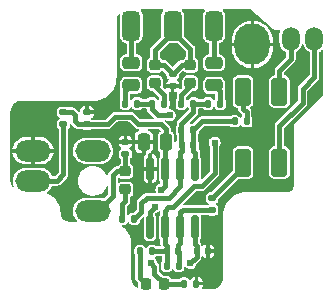
<source format=gbr>
%TF.GenerationSoftware,KiCad,Pcbnew,(6.0.5)*%
%TF.CreationDate,2022-06-14T23:06:24-04:00*%
%TF.ProjectId,1bp-m3,3162702d-6d33-42e6-9b69-6361645f7063,A*%
%TF.SameCoordinates,Original*%
%TF.FileFunction,Copper,L1,Top*%
%TF.FilePolarity,Positive*%
%FSLAX46Y46*%
G04 Gerber Fmt 4.6, Leading zero omitted, Abs format (unit mm)*
G04 Created by KiCad (PCBNEW (6.0.5)) date 2022-06-14 23:06:24*
%MOMM*%
%LPD*%
G01*
G04 APERTURE LIST*
G04 Aperture macros list*
%AMRoundRect*
0 Rectangle with rounded corners*
0 $1 Rounding radius*
0 $2 $3 $4 $5 $6 $7 $8 $9 X,Y pos of 4 corners*
0 Add a 4 corners polygon primitive as box body*
4,1,4,$2,$3,$4,$5,$6,$7,$8,$9,$2,$3,0*
0 Add four circle primitives for the rounded corners*
1,1,$1+$1,$2,$3*
1,1,$1+$1,$4,$5*
1,1,$1+$1,$6,$7*
1,1,$1+$1,$8,$9*
0 Add four rect primitives between the rounded corners*
20,1,$1+$1,$2,$3,$4,$5,0*
20,1,$1+$1,$4,$5,$6,$7,0*
20,1,$1+$1,$6,$7,$8,$9,0*
20,1,$1+$1,$8,$9,$2,$3,0*%
G04 Aperture macros list end*
%TA.AperFunction,ComponentPad*%
%ADD10O,3.000000X1.800000*%
%TD*%
%TA.AperFunction,SMDPad,CuDef*%
%ADD11RoundRect,0.375000X-0.375000X-0.875000X0.375000X-0.875000X0.375000X0.875000X-0.375000X0.875000X0*%
%TD*%
%TA.AperFunction,SMDPad,CuDef*%
%ADD12RoundRect,0.135000X-0.185000X0.135000X-0.185000X-0.135000X0.185000X-0.135000X0.185000X0.135000X0*%
%TD*%
%TA.AperFunction,SMDPad,CuDef*%
%ADD13RoundRect,0.135000X-0.135000X-0.185000X0.135000X-0.185000X0.135000X0.185000X-0.135000X0.185000X0*%
%TD*%
%TA.AperFunction,SMDPad,CuDef*%
%ADD14RoundRect,0.135000X0.135000X0.185000X-0.135000X0.185000X-0.135000X-0.185000X0.135000X-0.185000X0*%
%TD*%
%TA.AperFunction,SMDPad,CuDef*%
%ADD15RoundRect,0.135000X0.185000X-0.135000X0.185000X0.135000X-0.185000X0.135000X-0.185000X-0.135000X0*%
%TD*%
%TA.AperFunction,SMDPad,CuDef*%
%ADD16RoundRect,0.250000X-0.475000X0.250000X-0.475000X-0.250000X0.475000X-0.250000X0.475000X0.250000X0*%
%TD*%
%TA.AperFunction,SMDPad,CuDef*%
%ADD17RoundRect,0.225000X-0.250000X0.225000X-0.250000X-0.225000X0.250000X-0.225000X0.250000X0.225000X0*%
%TD*%
%TA.AperFunction,SMDPad,CuDef*%
%ADD18RoundRect,0.225000X0.225000X0.250000X-0.225000X0.250000X-0.225000X-0.250000X0.225000X-0.250000X0*%
%TD*%
%TA.AperFunction,SMDPad,CuDef*%
%ADD19RoundRect,0.140000X-0.140000X-0.170000X0.140000X-0.170000X0.140000X0.170000X-0.140000X0.170000X0*%
%TD*%
%TA.AperFunction,SMDPad,CuDef*%
%ADD20RoundRect,0.150000X-0.150000X0.825000X-0.150000X-0.825000X0.150000X-0.825000X0.150000X0.825000X0*%
%TD*%
%TA.AperFunction,SMDPad,CuDef*%
%ADD21RoundRect,0.250000X-0.250000X-0.475000X0.250000X-0.475000X0.250000X0.475000X-0.250000X0.475000X0*%
%TD*%
%TA.AperFunction,SMDPad,CuDef*%
%ADD22RoundRect,0.250000X-0.412500X-0.925000X0.412500X-0.925000X0.412500X0.925000X-0.412500X0.925000X0*%
%TD*%
%TA.AperFunction,ComponentPad*%
%ADD23O,1.500000X2.000000*%
%TD*%
%TA.AperFunction,ComponentPad*%
%ADD24O,3.000000X3.500000*%
%TD*%
%TA.AperFunction,ViaPad*%
%ADD25C,0.609600*%
%TD*%
%TA.AperFunction,Conductor*%
%ADD26C,0.406400*%
%TD*%
%TA.AperFunction,Conductor*%
%ADD27C,0.304800*%
%TD*%
G04 APERTURE END LIST*
D10*
X117920000Y-90500000D03*
X123000000Y-90500000D03*
X117920000Y-93040000D03*
X123000000Y-95580000D03*
D11*
X126250000Y-79900000D03*
X133250000Y-79900000D03*
D12*
X129750007Y-83990009D03*
X129750007Y-85010009D03*
D13*
X130490000Y-86500000D03*
X131510000Y-86500000D03*
D14*
X129010000Y-86500000D03*
X127990000Y-86500000D03*
D15*
X125749990Y-90760010D03*
X125749990Y-89740010D03*
D14*
X126760000Y-86500000D03*
X125740000Y-86500000D03*
D13*
X130740000Y-101750000D03*
X131760000Y-101750000D03*
X126990000Y-99000000D03*
X128010000Y-99000000D03*
X132740000Y-86500000D03*
X133760000Y-86500000D03*
D16*
X126250000Y-83050000D03*
X126250000Y-84950000D03*
X133250000Y-83050000D03*
X133250000Y-84950000D03*
D17*
X125750000Y-92225000D03*
X125750000Y-93775000D03*
X128250010Y-83225010D03*
X128250010Y-84775010D03*
D18*
X129025000Y-101750000D03*
X127475000Y-101750000D03*
D17*
X131250000Y-83225000D03*
X131250000Y-84775000D03*
D11*
X129750000Y-79900000D03*
D13*
X130490000Y-88750000D03*
X131510000Y-88750000D03*
D15*
X133100000Y-95510000D03*
X133100000Y-94490000D03*
X122500000Y-88260000D03*
X122500000Y-87240000D03*
X120500000Y-88260000D03*
X120500000Y-87240000D03*
D19*
X130520000Y-90000000D03*
X131480000Y-90000000D03*
X129270000Y-99000000D03*
X130230000Y-99000000D03*
D13*
X129240000Y-100250000D03*
X130260000Y-100250000D03*
D19*
X131770002Y-99000005D03*
X132730002Y-99000005D03*
D20*
X131655007Y-92024989D03*
X130385007Y-92024989D03*
X129115007Y-92024989D03*
X127845007Y-92024989D03*
X127845007Y-96974989D03*
X129115007Y-96974989D03*
X130385007Y-96974989D03*
X131655007Y-96974989D03*
D21*
X127300010Y-89750011D03*
X129200010Y-89750011D03*
D22*
X135712500Y-91500000D03*
X138787500Y-91500000D03*
D13*
X134990000Y-88000000D03*
X136010000Y-88000000D03*
D22*
X135712492Y-85500007D03*
X138787492Y-85500007D03*
D13*
X125490000Y-96250000D03*
X126510000Y-96250000D03*
D23*
X141750000Y-81000000D03*
X139750000Y-81000000D03*
D24*
X136500000Y-81500000D03*
D25*
X126310700Y-95300000D03*
X125400000Y-81800000D03*
X140750000Y-83250000D03*
X137200000Y-88400000D03*
X127500000Y-85750000D03*
X132000000Y-85700000D03*
X120600000Y-93900000D03*
X117000000Y-87500000D03*
X125800000Y-88499998D03*
X131800000Y-94600000D03*
X137250000Y-93500000D03*
X133250000Y-101750000D03*
X123750000Y-86750000D03*
X134800000Y-83400000D03*
X135000000Y-89250000D03*
X118750000Y-87500000D03*
X129750000Y-86000000D03*
X127250000Y-84000000D03*
X128000000Y-80500000D03*
X133500000Y-96750000D03*
X132500000Y-90600000D03*
X138400000Y-82900000D03*
X139600000Y-89000000D03*
X126600000Y-97900000D03*
X132250000Y-84000000D03*
X130300000Y-82200000D03*
X127900000Y-93700000D03*
X132250000Y-81750000D03*
X120600000Y-95200000D03*
X134300000Y-91400000D03*
X121400000Y-89200000D03*
X141750000Y-85750000D03*
X127000000Y-91200000D03*
X139500000Y-93500000D03*
X133250000Y-100500000D03*
X131250000Y-100000000D03*
X127900000Y-100000000D03*
X133300000Y-89800000D03*
X129500000Y-87500000D03*
X128800005Y-93800005D03*
X128250000Y-95250000D03*
D26*
X138787500Y-83712500D02*
X138787500Y-85500000D01*
X139750000Y-81000000D02*
X139750000Y-82750000D01*
X139750000Y-82750000D02*
X138787500Y-83712500D01*
X138787500Y-88412500D02*
X138787500Y-91500000D01*
X140750000Y-85250000D02*
X140750000Y-86450000D01*
X140750000Y-86450000D02*
X138787500Y-88412500D01*
X141750000Y-84250000D02*
X140750000Y-85250000D01*
X141750000Y-81000000D02*
X141750000Y-84250000D01*
X131655000Y-96975000D02*
X131655000Y-98405000D01*
X131655000Y-98405000D02*
X131770000Y-98520000D01*
X119960000Y-93040000D02*
X117920000Y-93040000D01*
X120500000Y-88260000D02*
X120500000Y-92500000D01*
X120500000Y-92500000D02*
X119960000Y-93040000D01*
X131770000Y-99000000D02*
X131770000Y-99480000D01*
X131770000Y-99480000D02*
X131250000Y-100000000D01*
X131770000Y-98520000D02*
X131770000Y-99000000D01*
X125750000Y-92225000D02*
X125025000Y-92225000D01*
X125750000Y-92225000D02*
X125750000Y-90760000D01*
X124700000Y-92550000D02*
X124700000Y-94300000D01*
X123420000Y-95580000D02*
X124700000Y-94300000D01*
X125025000Y-92225000D02*
X124700000Y-92550000D01*
X127900000Y-100000000D02*
X128200000Y-100300000D01*
X128200000Y-100900000D02*
X129025000Y-101725000D01*
X128200000Y-100300000D02*
X128200000Y-100900000D01*
X130740000Y-101750000D02*
X129025000Y-101750000D01*
X126250000Y-79900000D02*
X126250000Y-83050000D01*
X133250000Y-83050000D02*
X133250000Y-80000000D01*
X133300000Y-92300000D02*
X133300000Y-89800000D01*
X129115000Y-95562394D02*
X129388697Y-95288697D01*
X127990000Y-86500000D02*
X126760000Y-86500000D01*
X129115000Y-96975000D02*
X129115000Y-95562394D01*
X127990000Y-86500000D02*
X127990000Y-86990000D01*
X129388697Y-95288697D02*
X129750000Y-95288697D01*
X129270000Y-98540000D02*
X129115000Y-98385000D01*
X129270000Y-99000000D02*
X128010000Y-99000000D01*
X129750000Y-95288697D02*
X131538697Y-93500000D01*
X128500000Y-87500000D02*
X129500000Y-87500000D01*
X129270000Y-99000000D02*
X129270000Y-98540000D01*
D27*
X133300000Y-92400000D02*
X133300000Y-92300000D01*
D26*
X132200000Y-93500000D02*
X133300000Y-92400000D01*
X131538697Y-93500000D02*
X132200000Y-93500000D01*
X127990000Y-86990000D02*
X128500000Y-87500000D01*
X129240000Y-100250000D02*
X129240000Y-99030000D01*
X129115000Y-96975000D02*
X129115000Y-98385000D01*
X130490000Y-88750000D02*
X130490000Y-88260000D01*
X126510000Y-96250000D02*
X127100000Y-95660000D01*
X130385000Y-93515000D02*
X130385000Y-92025000D01*
X130490000Y-88260000D02*
X131510000Y-87240000D01*
X130520000Y-90480000D02*
X130385000Y-90615000D01*
X129400000Y-94500000D02*
X130385000Y-93515000D01*
X130520000Y-90000000D02*
X130520000Y-90480000D01*
X127100000Y-94942420D02*
X127542420Y-94500000D01*
X132740000Y-86500000D02*
X131510000Y-86500000D01*
X131510000Y-87240000D02*
X131510000Y-86500000D01*
X127100000Y-95660000D02*
X127100000Y-94942420D01*
X130490000Y-88750000D02*
X130490000Y-89970000D01*
X130385000Y-92025000D02*
X130385000Y-90615000D01*
X127542420Y-94500000D02*
X129400000Y-94500000D01*
X127475000Y-101750000D02*
X126990000Y-101265000D01*
X126990000Y-101265000D02*
X126990000Y-99000000D01*
X125490000Y-96250000D02*
X125490000Y-95010000D01*
X125750000Y-93775000D02*
X125750000Y-94750000D01*
X125490000Y-95010000D02*
X125750000Y-94750000D01*
X124900000Y-87600000D02*
X126200000Y-87600000D01*
X122500000Y-88260000D02*
X121760000Y-88260000D01*
X121500000Y-88000000D02*
X121500000Y-87500000D01*
X128750000Y-88250000D02*
X129187500Y-88687500D01*
X122500000Y-88260000D02*
X124240000Y-88260000D01*
X121500000Y-87500000D02*
X121240000Y-87240000D01*
X124240000Y-88260000D02*
X124900000Y-87600000D01*
X121240000Y-87240000D02*
X120500000Y-87240000D01*
X126850000Y-88250000D02*
X128750000Y-88250000D01*
X129115000Y-92025000D02*
X129115000Y-89822500D01*
X126200000Y-87600000D02*
X126850000Y-88250000D01*
X129115000Y-92025000D02*
X129115000Y-93485010D01*
X127845000Y-95655000D02*
X128250000Y-95250000D01*
X129115000Y-93485010D02*
X128800005Y-93800005D01*
X121760000Y-88260000D02*
X121500000Y-88000000D01*
X127845000Y-96975000D02*
X127845000Y-95655000D01*
X129187500Y-88687500D02*
X129187500Y-89750000D01*
X136010000Y-87240000D02*
X135712500Y-86942500D01*
X136010000Y-88000000D02*
X136010000Y-87240000D01*
X135712500Y-86942500D02*
X135712500Y-85500000D01*
X133100000Y-94490000D02*
X135712500Y-91877500D01*
X130490000Y-86500000D02*
X130490000Y-85810000D01*
X130490000Y-85810000D02*
X131250000Y-85050000D01*
X131250000Y-85050000D02*
X131250000Y-84775000D01*
X129010000Y-86500000D02*
X129010000Y-85772500D01*
X129010000Y-85772500D02*
X128250010Y-85012510D01*
X128250010Y-85012510D02*
X128250010Y-84775010D01*
X131250000Y-83225000D02*
X130515000Y-83225000D01*
X128250000Y-83225000D02*
X128250000Y-81975000D01*
X128985000Y-83225000D02*
X129750000Y-83990000D01*
X128250000Y-81975000D02*
X129725000Y-80500000D01*
X129875000Y-80500000D02*
X131250000Y-81875000D01*
X129750000Y-83990000D02*
X130515000Y-83225000D01*
X128250000Y-83225000D02*
X128985000Y-83225000D01*
X131250000Y-81875000D02*
X131250000Y-83225000D01*
X125740000Y-86500000D02*
X125740000Y-85460000D01*
X125740000Y-85460000D02*
X126250000Y-84950000D01*
X133760000Y-85460000D02*
X133250000Y-84950000D01*
X133760000Y-86500000D02*
X133760000Y-85460000D01*
X130385000Y-95715000D02*
X130385000Y-96975000D01*
X130260000Y-100250000D02*
X130260000Y-99030000D01*
X130385000Y-96975000D02*
X130385000Y-98285000D01*
X130600000Y-95500000D02*
X130385000Y-95715000D01*
X130230000Y-98440000D02*
X130385000Y-98285000D01*
X130230000Y-99000000D02*
X130230000Y-98440000D01*
X133090000Y-95500000D02*
X130600000Y-95500000D01*
X131480000Y-90480000D02*
X131655000Y-90655000D01*
X132260000Y-88000000D02*
X131510000Y-88750000D01*
X134990000Y-88000000D02*
X132260000Y-88000000D01*
X131480000Y-90000000D02*
X131480000Y-88780000D01*
X131655000Y-92025000D02*
X131655000Y-90655000D01*
X131480000Y-90000000D02*
X131480000Y-90480000D01*
%TA.AperFunction,Conductor*%
G36*
X128937736Y-78526093D02*
G01*
X128963456Y-78570642D01*
X128954523Y-78621300D01*
X128949058Y-78629479D01*
X128869506Y-78733153D01*
X128811195Y-78873929D01*
X128810553Y-78878807D01*
X128810552Y-78878810D01*
X128801337Y-78948804D01*
X128796300Y-78987067D01*
X128796301Y-80812932D01*
X128796621Y-80815363D01*
X128796704Y-80816630D01*
X128782307Y-80866014D01*
X128774839Y-80874718D01*
X127916708Y-81732849D01*
X127914019Y-81738127D01*
X127914018Y-81738128D01*
X127904675Y-81756465D01*
X127898514Y-81766519D01*
X127882930Y-81787968D01*
X127881101Y-81793597D01*
X127874740Y-81813174D01*
X127870225Y-81824074D01*
X127860878Y-81842419D01*
X127860877Y-81842423D01*
X127858191Y-81847694D01*
X127857265Y-81853541D01*
X127854045Y-81873873D01*
X127851292Y-81885342D01*
X127843100Y-81910554D01*
X127843100Y-82548199D01*
X127825507Y-82596537D01*
X127803087Y-82614659D01*
X127802450Y-82614996D01*
X127797143Y-82616860D01*
X127693450Y-82693450D01*
X127616860Y-82797143D01*
X127614998Y-82802445D01*
X127614997Y-82802447D01*
X127599975Y-82845224D01*
X127574147Y-82918772D01*
X127573716Y-82923336D01*
X127571969Y-82941818D01*
X127571310Y-82948785D01*
X127571311Y-83501234D01*
X127574147Y-83531248D01*
X127595145Y-83591041D01*
X127614994Y-83647563D01*
X127616860Y-83652877D01*
X127693450Y-83756570D01*
X127697968Y-83759907D01*
X127792608Y-83829810D01*
X127797143Y-83833160D01*
X127802445Y-83835022D01*
X127802447Y-83835023D01*
X127870773Y-83859017D01*
X127918772Y-83875873D01*
X127935940Y-83877496D01*
X127947025Y-83878544D01*
X127947033Y-83878544D01*
X127948785Y-83878710D01*
X128249328Y-83878710D01*
X128551234Y-83878709D01*
X128552988Y-83878543D01*
X128552994Y-83878543D01*
X128565963Y-83877317D01*
X128581248Y-83875873D01*
X128648082Y-83852403D01*
X128697573Y-83835023D01*
X128697575Y-83835022D01*
X128702877Y-83833160D01*
X128707413Y-83829810D01*
X128802052Y-83759907D01*
X128806570Y-83756570D01*
X128809909Y-83752050D01*
X128811840Y-83749436D01*
X128813867Y-83748092D01*
X128813885Y-83748074D01*
X128813889Y-83748078D01*
X128854712Y-83721010D01*
X128905826Y-83726792D01*
X128925500Y-83740944D01*
X129204282Y-84019726D01*
X129226021Y-84066346D01*
X129226307Y-84072900D01*
X129226307Y-84164697D01*
X129226627Y-84167125D01*
X129226627Y-84167130D01*
X129232050Y-84208320D01*
X129232801Y-84214023D01*
X129283280Y-84322276D01*
X129367740Y-84406736D01*
X129373702Y-84409516D01*
X129375654Y-84410883D01*
X129405158Y-84453020D01*
X129400674Y-84504264D01*
X129366660Y-84539486D01*
X129338785Y-84553689D01*
X129329318Y-84560568D01*
X129250566Y-84639320D01*
X129243687Y-84648787D01*
X129193121Y-84748030D01*
X129189508Y-84759150D01*
X129176469Y-84841475D01*
X129176201Y-84844883D01*
X129179704Y-84854507D01*
X129185076Y-84857609D01*
X130310748Y-84857609D01*
X130320905Y-84853912D01*
X130324007Y-84848540D01*
X130324007Y-84847347D01*
X130323545Y-84841475D01*
X130310506Y-84759150D01*
X130306893Y-84748030D01*
X130256327Y-84648787D01*
X130249448Y-84639320D01*
X130170696Y-84560568D01*
X130161229Y-84553689D01*
X130133354Y-84539486D01*
X130098272Y-84501865D01*
X130095580Y-84450495D01*
X130124360Y-84410883D01*
X130126312Y-84409516D01*
X130132274Y-84406736D01*
X130216734Y-84322276D01*
X130267213Y-84214023D01*
X130267964Y-84208320D01*
X130273387Y-84167130D01*
X130273387Y-84167125D01*
X130273707Y-84164697D01*
X130273707Y-84072885D01*
X130291300Y-84024547D01*
X130295733Y-84019710D01*
X130574510Y-83740934D01*
X130621130Y-83719195D01*
X130670817Y-83732509D01*
X130688170Y-83749427D01*
X130690097Y-83752036D01*
X130690103Y-83752042D01*
X130693440Y-83756560D01*
X130797133Y-83833150D01*
X130802435Y-83835012D01*
X130802437Y-83835013D01*
X130879159Y-83861956D01*
X130918762Y-83875863D01*
X130935930Y-83877486D01*
X130947015Y-83878534D01*
X130947023Y-83878534D01*
X130948775Y-83878700D01*
X131249318Y-83878700D01*
X131551224Y-83878699D01*
X131552978Y-83878533D01*
X131552984Y-83878533D01*
X131565953Y-83877307D01*
X131581238Y-83875863D01*
X131648072Y-83852393D01*
X131697563Y-83835013D01*
X131697565Y-83835012D01*
X131702867Y-83833150D01*
X131806560Y-83756560D01*
X131863717Y-83679177D01*
X131879810Y-83657389D01*
X131883150Y-83652867D01*
X131908768Y-83579919D01*
X131917060Y-83556306D01*
X131925863Y-83531238D01*
X131928700Y-83501225D01*
X131928699Y-82948776D01*
X131925863Y-82918762D01*
X131895813Y-82833191D01*
X131885013Y-82802437D01*
X131885012Y-82802435D01*
X131883150Y-82797133D01*
X131876093Y-82787578D01*
X131825130Y-82718582D01*
X131806560Y-82693440D01*
X131702867Y-82616850D01*
X131697562Y-82614987D01*
X131696914Y-82614644D01*
X131662426Y-82576479D01*
X131656900Y-82548184D01*
X131656900Y-81810554D01*
X131648708Y-81785342D01*
X131645955Y-81773873D01*
X131642735Y-81753541D01*
X131641809Y-81747694D01*
X131639123Y-81742423D01*
X131639122Y-81742419D01*
X131629775Y-81724074D01*
X131625260Y-81713174D01*
X131618899Y-81693597D01*
X131617070Y-81687968D01*
X131601486Y-81666519D01*
X131595325Y-81656465D01*
X131585982Y-81638128D01*
X131585981Y-81638127D01*
X131583292Y-81632849D01*
X130725726Y-80775283D01*
X130703986Y-80728663D01*
X130703700Y-80722109D01*
X130703699Y-78989526D01*
X130703699Y-78987068D01*
X130688805Y-78873929D01*
X130630494Y-78733153D01*
X130550942Y-78629479D01*
X130535474Y-78580420D01*
X130555159Y-78532896D01*
X130600786Y-78509143D01*
X130610602Y-78508500D01*
X132389398Y-78508500D01*
X132437736Y-78526093D01*
X132463456Y-78570642D01*
X132454523Y-78621300D01*
X132449058Y-78629479D01*
X132369506Y-78733153D01*
X132311195Y-78873929D01*
X132310553Y-78878807D01*
X132310552Y-78878810D01*
X132301337Y-78948804D01*
X132296300Y-78987067D01*
X132296301Y-80812932D01*
X132311195Y-80926071D01*
X132369506Y-81066847D01*
X132462266Y-81187734D01*
X132583153Y-81280494D01*
X132621810Y-81296506D01*
X132719380Y-81336921D01*
X132719382Y-81336921D01*
X132723929Y-81338805D01*
X132728807Y-81339447D01*
X132728810Y-81339448D01*
X132762234Y-81343848D01*
X132777715Y-81345886D01*
X132823343Y-81369638D01*
X132843100Y-81420443D01*
X132843100Y-82271101D01*
X132825507Y-82319439D01*
X132780958Y-82345159D01*
X132767900Y-82346301D01*
X132720784Y-82346301D01*
X132719030Y-82346467D01*
X132719024Y-82346467D01*
X132693582Y-82348871D01*
X132693579Y-82348872D01*
X132689025Y-82349302D01*
X132684707Y-82350818D01*
X132684704Y-82350819D01*
X132617511Y-82374416D01*
X132560302Y-82394506D01*
X132555783Y-82397844D01*
X132555779Y-82397846D01*
X132464391Y-82465348D01*
X132450562Y-82475562D01*
X132447225Y-82480080D01*
X132372846Y-82580779D01*
X132372844Y-82580783D01*
X132369506Y-82585302D01*
X132324302Y-82714025D01*
X132321300Y-82745783D01*
X132321301Y-83354216D01*
X132321467Y-83355970D01*
X132321467Y-83355976D01*
X132323871Y-83381409D01*
X132324302Y-83385975D01*
X132325818Y-83390293D01*
X132325819Y-83390296D01*
X132327950Y-83396363D01*
X132369506Y-83514698D01*
X132372844Y-83519217D01*
X132372846Y-83519221D01*
X132425894Y-83591041D01*
X132450562Y-83624438D01*
X132455080Y-83627775D01*
X132555779Y-83702154D01*
X132555783Y-83702156D01*
X132560302Y-83705494D01*
X132689025Y-83750698D01*
X132693588Y-83751129D01*
X132693591Y-83751130D01*
X132719023Y-83753534D01*
X132719031Y-83753534D01*
X132720783Y-83753700D01*
X133248803Y-83753700D01*
X133779216Y-83753699D01*
X133780970Y-83753533D01*
X133780976Y-83753533D01*
X133806418Y-83751129D01*
X133806421Y-83751128D01*
X133810975Y-83750698D01*
X133815293Y-83749182D01*
X133815296Y-83749181D01*
X133882489Y-83725584D01*
X133939698Y-83705494D01*
X133944217Y-83702156D01*
X133944221Y-83702154D01*
X134044920Y-83627775D01*
X134049438Y-83624438D01*
X134074106Y-83591041D01*
X134127154Y-83519221D01*
X134127156Y-83519217D01*
X134130494Y-83514698D01*
X134175698Y-83385975D01*
X134176301Y-83379605D01*
X134178534Y-83355977D01*
X134178534Y-83355969D01*
X134178700Y-83354217D01*
X134178699Y-82745784D01*
X134177752Y-82735762D01*
X134176129Y-82718582D01*
X134176128Y-82718579D01*
X134175698Y-82714025D01*
X134174179Y-82709697D01*
X134150584Y-82642511D01*
X134130494Y-82585302D01*
X134127156Y-82580783D01*
X134127154Y-82580779D01*
X134052775Y-82480080D01*
X134049438Y-82475562D01*
X134035609Y-82465348D01*
X133944221Y-82397846D01*
X133944217Y-82397844D01*
X133939698Y-82394506D01*
X133810975Y-82349302D01*
X133806412Y-82348871D01*
X133806409Y-82348870D01*
X133780977Y-82346466D01*
X133780969Y-82346466D01*
X133779217Y-82346300D01*
X133732100Y-82346300D01*
X133683762Y-82328707D01*
X133658042Y-82284158D01*
X133656900Y-82271100D01*
X133656900Y-81814789D01*
X134746000Y-81814789D01*
X134746103Y-81817570D01*
X134760195Y-82007205D01*
X134761017Y-82012701D01*
X134817321Y-82261532D01*
X134818951Y-82266864D01*
X134911414Y-82504633D01*
X134913811Y-82509658D01*
X135040407Y-82731152D01*
X135043516Y-82735762D01*
X135201462Y-82936116D01*
X135205225Y-82940222D01*
X135391042Y-83115022D01*
X135395369Y-83118526D01*
X135604992Y-83263946D01*
X135609783Y-83266768D01*
X135838594Y-83379605D01*
X135843758Y-83381692D01*
X136086733Y-83459469D01*
X136092141Y-83460767D01*
X136337951Y-83500800D01*
X136344547Y-83498498D01*
X136347600Y-83493370D01*
X136347600Y-83486251D01*
X136652400Y-83486251D01*
X136656097Y-83496408D01*
X136659739Y-83498511D01*
X136862937Y-83470857D01*
X136868376Y-83469701D01*
X137113313Y-83398309D01*
X137118518Y-83396363D01*
X137350203Y-83289553D01*
X137355071Y-83286856D01*
X137568434Y-83146968D01*
X137572838Y-83143589D01*
X137763177Y-82973706D01*
X137767045Y-82969701D01*
X137930177Y-82773555D01*
X137933411Y-82769021D01*
X138065756Y-82550923D01*
X138068289Y-82545952D01*
X138166945Y-82310685D01*
X138168710Y-82305411D01*
X138231509Y-82058137D01*
X138232475Y-82052661D01*
X138253811Y-81840777D01*
X138254000Y-81837002D01*
X138254000Y-81665659D01*
X138250303Y-81655502D01*
X138244931Y-81652400D01*
X136665659Y-81652400D01*
X136655502Y-81656097D01*
X136652400Y-81661469D01*
X136652400Y-83486251D01*
X136347600Y-83486251D01*
X136347600Y-81665659D01*
X136343903Y-81655502D01*
X136338531Y-81652400D01*
X134759259Y-81652400D01*
X134749102Y-81656097D01*
X134746000Y-81661469D01*
X134746000Y-81814789D01*
X133656900Y-81814789D01*
X133656900Y-81420443D01*
X133674493Y-81372105D01*
X133722285Y-81345886D01*
X133749532Y-81342299D01*
X133776071Y-81338805D01*
X133780623Y-81336920D01*
X133780625Y-81336919D01*
X133786849Y-81334341D01*
X134746000Y-81334341D01*
X134749697Y-81344498D01*
X134755069Y-81347600D01*
X136334341Y-81347600D01*
X136344498Y-81343903D01*
X136347600Y-81338531D01*
X136347600Y-81334341D01*
X136652400Y-81334341D01*
X136656097Y-81344498D01*
X136661469Y-81347600D01*
X138240741Y-81347600D01*
X138250898Y-81343903D01*
X138254000Y-81338531D01*
X138254000Y-81185211D01*
X138253897Y-81182430D01*
X138239805Y-80992795D01*
X138238983Y-80987299D01*
X138182679Y-80738468D01*
X138181049Y-80733136D01*
X138088586Y-80495367D01*
X138086189Y-80490342D01*
X137959593Y-80268848D01*
X137956484Y-80264238D01*
X137798538Y-80063884D01*
X137794775Y-80059778D01*
X137608958Y-79884978D01*
X137604631Y-79881474D01*
X137395008Y-79736054D01*
X137390217Y-79733232D01*
X137161406Y-79620395D01*
X137156242Y-79618308D01*
X136913267Y-79540531D01*
X136907859Y-79539233D01*
X136662049Y-79499200D01*
X136655453Y-79501502D01*
X136652400Y-79506630D01*
X136652400Y-81334341D01*
X136347600Y-81334341D01*
X136347600Y-79513749D01*
X136343903Y-79503592D01*
X136340261Y-79501489D01*
X136137063Y-79529143D01*
X136131624Y-79530299D01*
X135886687Y-79601691D01*
X135881482Y-79603637D01*
X135649797Y-79710447D01*
X135644929Y-79713144D01*
X135431566Y-79853032D01*
X135427162Y-79856411D01*
X135236823Y-80026294D01*
X135232955Y-80030299D01*
X135069823Y-80226445D01*
X135066589Y-80230979D01*
X134934244Y-80449077D01*
X134931711Y-80454048D01*
X134833055Y-80689315D01*
X134831290Y-80694589D01*
X134768491Y-80941863D01*
X134767525Y-80947339D01*
X134746189Y-81159223D01*
X134746000Y-81162998D01*
X134746000Y-81334341D01*
X133786849Y-81334341D01*
X133878190Y-81296506D01*
X133916847Y-81280494D01*
X134037734Y-81187734D01*
X134130494Y-81066847D01*
X134188805Y-80926071D01*
X134189449Y-80921184D01*
X134203380Y-80815366D01*
X134203380Y-80815361D01*
X134203700Y-80812933D01*
X134203699Y-78987068D01*
X134188805Y-78873929D01*
X134130494Y-78733153D01*
X134050942Y-78629479D01*
X134035474Y-78580420D01*
X134055159Y-78532896D01*
X134100786Y-78509143D01*
X134110602Y-78508500D01*
X136280683Y-78508500D01*
X136330203Y-78527106D01*
X138157617Y-80126093D01*
X138157877Y-80126322D01*
X138217951Y-80179378D01*
X138247463Y-80193233D01*
X138256488Y-80198256D01*
X138279326Y-80213109D01*
X138279331Y-80213111D01*
X138283816Y-80216028D01*
X138288943Y-80217570D01*
X138288944Y-80217570D01*
X138312438Y-80224634D01*
X138322746Y-80228579D01*
X138344951Y-80239005D01*
X138344955Y-80239006D01*
X138349800Y-80241281D01*
X138355090Y-80242105D01*
X138355091Y-80242105D01*
X138368505Y-80244193D01*
X138382008Y-80246296D01*
X138392093Y-80248586D01*
X138418173Y-80256429D01*
X138418179Y-80256430D01*
X138423304Y-80257971D01*
X138428657Y-80258012D01*
X138428658Y-80258012D01*
X138438161Y-80258084D01*
X138457468Y-80258231D01*
X138459106Y-80258301D01*
X138460386Y-80258500D01*
X138492471Y-80258500D01*
X138493043Y-80258502D01*
X138568957Y-80259080D01*
X138570484Y-80258646D01*
X138572651Y-80258500D01*
X138809032Y-80258500D01*
X138857370Y-80276093D01*
X138883090Y-80320642D01*
X138878047Y-80363565D01*
X138836254Y-80460143D01*
X138796633Y-80649797D01*
X138796300Y-80656152D01*
X138796300Y-81298416D01*
X138796493Y-81300316D01*
X138810541Y-81438609D01*
X138810962Y-81442757D01*
X138868900Y-81627640D01*
X138962832Y-81797096D01*
X139088918Y-81944204D01*
X139091922Y-81946534D01*
X139091924Y-81946536D01*
X139207289Y-82036022D01*
X139242010Y-82062954D01*
X139245423Y-82064633D01*
X139245424Y-82064634D01*
X139301101Y-82092030D01*
X139336705Y-82129157D01*
X139343100Y-82159504D01*
X139343100Y-82550309D01*
X139325507Y-82598647D01*
X139321074Y-82603483D01*
X138454208Y-83470349D01*
X138451519Y-83475627D01*
X138451518Y-83475628D01*
X138442175Y-83493965D01*
X138436014Y-83504019D01*
X138420430Y-83525468D01*
X138418601Y-83531097D01*
X138412240Y-83550674D01*
X138407725Y-83561574D01*
X138398378Y-83579919D01*
X138398377Y-83579923D01*
X138395691Y-83585194D01*
X138394765Y-83591041D01*
X138391545Y-83611373D01*
X138388792Y-83622842D01*
X138380600Y-83648054D01*
X138380600Y-84047225D01*
X138363007Y-84095563D01*
X138318458Y-84121283D01*
X138312476Y-84122091D01*
X138293581Y-84123877D01*
X138293575Y-84123878D01*
X138289017Y-84124309D01*
X138284699Y-84125825D01*
X138284696Y-84125826D01*
X138217503Y-84149423D01*
X138160294Y-84169513D01*
X138155775Y-84172851D01*
X138155771Y-84172853D01*
X138093583Y-84218787D01*
X138050554Y-84250569D01*
X138047217Y-84255087D01*
X137972838Y-84355786D01*
X137972836Y-84355790D01*
X137969498Y-84360309D01*
X137924294Y-84489032D01*
X137923863Y-84493595D01*
X137923862Y-84493598D01*
X137921458Y-84519030D01*
X137921292Y-84520790D01*
X137921293Y-86479223D01*
X137921459Y-86480977D01*
X137921459Y-86480983D01*
X137923863Y-86506416D01*
X137924294Y-86510982D01*
X137925810Y-86515300D01*
X137925811Y-86515303D01*
X137938393Y-86551131D01*
X137969498Y-86639705D01*
X137972836Y-86644224D01*
X137972838Y-86644228D01*
X138030453Y-86722231D01*
X138050554Y-86749445D01*
X138055072Y-86752782D01*
X138155771Y-86827161D01*
X138155775Y-86827163D01*
X138160294Y-86830501D01*
X138289017Y-86875705D01*
X138293580Y-86876136D01*
X138293583Y-86876137D01*
X138319015Y-86878541D01*
X138319023Y-86878541D01*
X138320775Y-86878707D01*
X138786436Y-86878707D01*
X139254208Y-86878706D01*
X139255962Y-86878540D01*
X139255968Y-86878540D01*
X139281410Y-86876136D01*
X139281413Y-86876135D01*
X139285967Y-86875705D01*
X139290285Y-86874189D01*
X139290288Y-86874188D01*
X139383967Y-86841290D01*
X139414690Y-86830501D01*
X139419209Y-86827163D01*
X139419213Y-86827161D01*
X139519912Y-86752782D01*
X139524430Y-86749445D01*
X139544531Y-86722231D01*
X139602146Y-86644228D01*
X139602148Y-86644224D01*
X139605486Y-86639705D01*
X139650690Y-86510982D01*
X139652190Y-86495121D01*
X139653526Y-86480984D01*
X139653526Y-86480976D01*
X139653692Y-86479224D01*
X139653691Y-84520791D01*
X139653525Y-84519030D01*
X139651121Y-84493589D01*
X139651120Y-84493586D01*
X139650690Y-84489032D01*
X139649171Y-84484704D01*
X139621790Y-84406736D01*
X139605486Y-84360309D01*
X139602148Y-84355790D01*
X139602146Y-84355786D01*
X139527767Y-84255087D01*
X139524430Y-84250569D01*
X139481401Y-84218787D01*
X139419213Y-84172853D01*
X139419209Y-84172851D01*
X139414690Y-84169513D01*
X139285967Y-84124309D01*
X139281404Y-84123878D01*
X139281401Y-84123877D01*
X139266376Y-84122457D01*
X139262523Y-84122093D01*
X139216056Y-84100029D01*
X139194642Y-84053258D01*
X139194400Y-84047227D01*
X139194400Y-83912191D01*
X139211993Y-83863853D01*
X139216426Y-83859017D01*
X140083292Y-82992151D01*
X140095325Y-82968535D01*
X140101486Y-82958481D01*
X140117070Y-82937032D01*
X140125260Y-82911826D01*
X140129775Y-82900926D01*
X140139122Y-82882581D01*
X140139123Y-82882577D01*
X140141809Y-82877306D01*
X140145955Y-82851125D01*
X140148708Y-82839658D01*
X140156900Y-82814446D01*
X140156900Y-82161721D01*
X140174493Y-82113383D01*
X140192473Y-82097809D01*
X140329738Y-82012701D01*
X140334896Y-82009503D01*
X140337661Y-82006888D01*
X140337664Y-82006886D01*
X140445483Y-81904926D01*
X140475669Y-81876381D01*
X140499450Y-81842419D01*
X140537576Y-81787968D01*
X140586799Y-81717671D01*
X140613285Y-81656465D01*
X140662232Y-81543356D01*
X140662232Y-81543355D01*
X140663746Y-81539857D01*
X140675765Y-81482327D01*
X140702872Y-81438609D01*
X140751739Y-81422543D01*
X140799500Y-81441647D01*
X140821135Y-81475218D01*
X140868900Y-81627640D01*
X140962832Y-81797096D01*
X141088918Y-81944204D01*
X141091922Y-81946534D01*
X141091924Y-81946536D01*
X141207289Y-82036022D01*
X141242010Y-82062954D01*
X141245423Y-82064633D01*
X141245424Y-82064634D01*
X141301101Y-82092030D01*
X141336705Y-82129157D01*
X141343100Y-82159504D01*
X141343100Y-84050309D01*
X141325507Y-84098647D01*
X141321074Y-84103483D01*
X140416708Y-85007849D01*
X140414019Y-85013127D01*
X140414018Y-85013128D01*
X140404675Y-85031465D01*
X140398514Y-85041519D01*
X140382930Y-85062968D01*
X140381101Y-85068597D01*
X140374740Y-85088174D01*
X140370225Y-85099074D01*
X140360878Y-85117419D01*
X140360877Y-85117423D01*
X140358191Y-85122694D01*
X140357265Y-85128541D01*
X140354045Y-85148873D01*
X140351292Y-85160342D01*
X140343100Y-85185554D01*
X140343100Y-86250309D01*
X140325507Y-86298647D01*
X140321074Y-86303483D01*
X138454208Y-88170349D01*
X138451519Y-88175627D01*
X138451518Y-88175628D01*
X138442175Y-88193965D01*
X138436014Y-88204019D01*
X138420430Y-88225468D01*
X138418601Y-88231097D01*
X138412240Y-88250674D01*
X138407725Y-88261574D01*
X138398378Y-88279919D01*
X138398377Y-88279923D01*
X138395691Y-88285194D01*
X138394765Y-88291041D01*
X138391545Y-88311373D01*
X138388792Y-88322842D01*
X138380600Y-88348054D01*
X138380600Y-90047219D01*
X138363007Y-90095557D01*
X138318458Y-90121277D01*
X138312475Y-90122085D01*
X138293589Y-90123870D01*
X138293583Y-90123871D01*
X138289025Y-90124302D01*
X138284707Y-90125818D01*
X138284704Y-90125819D01*
X138247068Y-90139036D01*
X138160302Y-90169506D01*
X138155783Y-90172844D01*
X138155779Y-90172846D01*
X138087849Y-90223021D01*
X138050562Y-90250562D01*
X138047225Y-90255080D01*
X137972846Y-90355779D01*
X137972844Y-90355783D01*
X137969506Y-90360302D01*
X137924302Y-90489025D01*
X137921300Y-90520783D01*
X137921301Y-92479216D01*
X137921467Y-92480970D01*
X137921467Y-92480976D01*
X137923871Y-92506409D01*
X137924302Y-92510975D01*
X137925818Y-92515293D01*
X137925819Y-92515296D01*
X137941002Y-92558531D01*
X137969506Y-92639698D01*
X137972844Y-92644217D01*
X137972846Y-92644221D01*
X138008001Y-92691816D01*
X138050562Y-92749438D01*
X138055080Y-92752775D01*
X138155779Y-92827154D01*
X138155783Y-92827156D01*
X138160302Y-92830494D01*
X138289025Y-92875698D01*
X138293588Y-92876129D01*
X138293591Y-92876130D01*
X138319023Y-92878534D01*
X138319031Y-92878534D01*
X138320783Y-92878700D01*
X138786444Y-92878700D01*
X139254216Y-92878699D01*
X139255970Y-92878533D01*
X139255976Y-92878533D01*
X139281418Y-92876129D01*
X139281421Y-92876128D01*
X139285975Y-92875698D01*
X139290293Y-92874182D01*
X139290296Y-92874181D01*
X139370822Y-92845902D01*
X139414698Y-92830494D01*
X139419217Y-92827156D01*
X139419221Y-92827154D01*
X139519920Y-92752775D01*
X139524438Y-92749438D01*
X139566999Y-92691816D01*
X139602154Y-92644221D01*
X139602156Y-92644217D01*
X139605494Y-92639698D01*
X139650698Y-92510975D01*
X139651454Y-92502985D01*
X139653534Y-92480977D01*
X139653534Y-92480969D01*
X139653700Y-92479217D01*
X139653699Y-90520784D01*
X139653046Y-90513873D01*
X139651129Y-90493582D01*
X139651128Y-90493579D01*
X139650698Y-90489025D01*
X139649179Y-90484697D01*
X139609973Y-90373056D01*
X139605494Y-90360302D01*
X139602156Y-90355783D01*
X139602154Y-90355779D01*
X139527775Y-90255080D01*
X139524438Y-90250562D01*
X139487151Y-90223021D01*
X139419221Y-90172846D01*
X139419217Y-90172844D01*
X139414698Y-90169506D01*
X139285975Y-90124302D01*
X139281412Y-90123871D01*
X139281409Y-90123870D01*
X139262523Y-90122085D01*
X139216055Y-90100021D01*
X139194642Y-90053250D01*
X139194400Y-90047219D01*
X139194400Y-88612191D01*
X139211993Y-88563853D01*
X139216426Y-88559017D01*
X141083292Y-86692151D01*
X141095325Y-86668535D01*
X141101486Y-86658481D01*
X141117070Y-86637032D01*
X141125262Y-86611819D01*
X141129779Y-86600915D01*
X141139122Y-86582580D01*
X141139123Y-86582578D01*
X141141809Y-86577306D01*
X141145955Y-86551131D01*
X141148709Y-86539659D01*
X141155072Y-86520073D01*
X141156900Y-86514447D01*
X141156900Y-85449691D01*
X141174493Y-85401353D01*
X141178926Y-85396517D01*
X142083292Y-84492151D01*
X142087087Y-84484704D01*
X142095325Y-84468535D01*
X142101486Y-84458481D01*
X142117070Y-84437032D01*
X142125260Y-84411826D01*
X142129775Y-84400926D01*
X142139122Y-84382581D01*
X142139123Y-84382577D01*
X142141809Y-84377306D01*
X142145955Y-84351125D01*
X142148708Y-84339658D01*
X142156900Y-84314446D01*
X142156900Y-82161721D01*
X142174493Y-82113383D01*
X142192473Y-82097809D01*
X142329738Y-82012701D01*
X142334896Y-82009503D01*
X142337661Y-82006888D01*
X142337664Y-82006886D01*
X142364631Y-81981384D01*
X142411840Y-81960954D01*
X142461136Y-81975650D01*
X142489453Y-82018595D01*
X142491500Y-82036022D01*
X142491500Y-85758225D01*
X142473907Y-85806563D01*
X142469474Y-85811399D01*
X140186681Y-88094192D01*
X140173636Y-88104615D01*
X140167042Y-88108776D01*
X140163496Y-88112791D01*
X140130364Y-88150306D01*
X140127173Y-88153700D01*
X140114618Y-88166255D01*
X140113010Y-88168401D01*
X140113007Y-88168404D01*
X140107122Y-88176256D01*
X140103313Y-88180934D01*
X140074170Y-88213933D01*
X140074168Y-88213935D01*
X140070622Y-88217951D01*
X140065091Y-88229733D01*
X140057194Y-88242875D01*
X140052597Y-88249007D01*
X140052595Y-88249011D01*
X140049384Y-88253295D01*
X140043755Y-88268311D01*
X140032044Y-88299549D01*
X140029700Y-88305111D01*
X140008719Y-88349800D01*
X140007895Y-88355093D01*
X140007893Y-88355099D01*
X140006715Y-88362664D01*
X140002826Y-88377489D01*
X140001035Y-88382267D01*
X139998255Y-88389684D01*
X139997858Y-88395025D01*
X139997858Y-88395026D01*
X139994596Y-88438931D01*
X139993907Y-88444927D01*
X139991500Y-88460386D01*
X139991500Y-88477800D01*
X139991293Y-88483373D01*
X139988150Y-88525675D01*
X139987461Y-88534941D01*
X139988580Y-88540181D01*
X139989843Y-88546099D01*
X139991500Y-88561798D01*
X139991500Y-93454564D01*
X139990605Y-93466134D01*
X139986309Y-93493724D01*
X139987003Y-93499032D01*
X139987003Y-93499037D01*
X139988290Y-93508879D01*
X139988452Y-93527046D01*
X139980126Y-93600948D01*
X139976380Y-93617364D01*
X139952174Y-93686539D01*
X139945625Y-93705255D01*
X139938319Y-93720427D01*
X139888776Y-93799274D01*
X139878276Y-93812439D01*
X139812439Y-93878276D01*
X139799275Y-93888775D01*
X139720685Y-93938157D01*
X139720427Y-93938319D01*
X139705255Y-93945625D01*
X139617364Y-93976380D01*
X139600950Y-93980126D01*
X139533004Y-93987781D01*
X139513021Y-93987359D01*
X139506276Y-93986309D01*
X139500969Y-93987003D01*
X139500966Y-93987003D01*
X139471435Y-93990865D01*
X139461684Y-93991500D01*
X136049006Y-93991500D01*
X136036530Y-93990458D01*
X136033434Y-93989937D01*
X136012552Y-93986424D01*
X136006145Y-93986346D01*
X136002909Y-93986306D01*
X136002903Y-93986306D01*
X136000000Y-93986271D01*
X135991025Y-93987557D01*
X135985288Y-93988155D01*
X135737276Y-94004410D01*
X135479046Y-94055775D01*
X135476719Y-94056565D01*
X135476715Y-94056566D01*
X135413782Y-94077929D01*
X135229731Y-94140406D01*
X135227526Y-94141493D01*
X135227522Y-94141495D01*
X135167899Y-94170898D01*
X134993595Y-94256855D01*
X134774679Y-94403130D01*
X134772831Y-94404751D01*
X134772828Y-94404753D01*
X134673546Y-94491821D01*
X134576728Y-94576728D01*
X134575110Y-94578573D01*
X134409120Y-94767849D01*
X134403130Y-94774679D01*
X134256855Y-94993595D01*
X134201870Y-95105094D01*
X134142404Y-95225680D01*
X134140406Y-95229731D01*
X134099876Y-95349129D01*
X134059826Y-95467113D01*
X134055775Y-95479046D01*
X134004410Y-95737276D01*
X133996165Y-95863077D01*
X133988760Y-95976043D01*
X133988026Y-95982693D01*
X133987133Y-95988431D01*
X133986309Y-95993724D01*
X133987003Y-95999031D01*
X133987003Y-95999034D01*
X133990865Y-96028565D01*
X133991500Y-96038316D01*
X133991500Y-101204564D01*
X133990605Y-101216134D01*
X133986309Y-101243724D01*
X133987003Y-101249032D01*
X133987003Y-101249035D01*
X133988684Y-101261890D01*
X133989033Y-101278193D01*
X133977010Y-101415617D01*
X133974734Y-101428526D01*
X133933407Y-101582761D01*
X133928923Y-101595079D01*
X133878650Y-101702891D01*
X133861445Y-101739787D01*
X133854891Y-101751139D01*
X133763305Y-101881937D01*
X133754879Y-101891978D01*
X133641978Y-102004879D01*
X133631937Y-102013305D01*
X133501136Y-102104893D01*
X133489791Y-102111443D01*
X133392308Y-102156900D01*
X133345079Y-102178923D01*
X133332765Y-102183406D01*
X133178518Y-102224737D01*
X133165623Y-102227010D01*
X133034462Y-102238485D01*
X133016340Y-102237876D01*
X133006276Y-102236309D01*
X133000969Y-102237003D01*
X133000966Y-102237003D01*
X132971435Y-102240865D01*
X132961684Y-102241500D01*
X132298131Y-102241500D01*
X132249793Y-102223907D01*
X132224073Y-102179358D01*
X132231127Y-102132160D01*
X132266886Y-102061979D01*
X132270499Y-102050859D01*
X132283538Y-101968534D01*
X132284000Y-101962662D01*
X132284000Y-101915659D01*
X132280303Y-101905502D01*
X132274931Y-101902400D01*
X131682800Y-101902400D01*
X131634462Y-101884807D01*
X131608742Y-101840258D01*
X131607600Y-101827200D01*
X131607600Y-101584341D01*
X131912400Y-101584341D01*
X131916097Y-101594498D01*
X131921469Y-101597600D01*
X132270741Y-101597600D01*
X132280898Y-101593903D01*
X132284000Y-101588531D01*
X132284000Y-101537338D01*
X132283538Y-101531466D01*
X132270499Y-101449141D01*
X132266886Y-101438021D01*
X132216320Y-101338778D01*
X132209441Y-101329311D01*
X132130689Y-101250559D01*
X132121222Y-101243680D01*
X132021979Y-101193114D01*
X132010859Y-101189501D01*
X131928534Y-101176462D01*
X131925126Y-101176194D01*
X131915502Y-101179697D01*
X131912400Y-101185069D01*
X131912400Y-101584341D01*
X131607600Y-101584341D01*
X131607600Y-101189259D01*
X131603903Y-101179102D01*
X131598531Y-101176000D01*
X131597338Y-101176000D01*
X131591466Y-101176462D01*
X131509141Y-101189501D01*
X131498021Y-101193114D01*
X131398778Y-101243680D01*
X131389311Y-101250559D01*
X131310559Y-101329311D01*
X131303680Y-101338778D01*
X131289477Y-101366653D01*
X131251856Y-101401735D01*
X131200486Y-101404427D01*
X131160874Y-101375647D01*
X131159507Y-101373695D01*
X131156727Y-101367733D01*
X131072267Y-101283273D01*
X130964014Y-101232794D01*
X130958312Y-101232043D01*
X130958311Y-101232043D01*
X130917121Y-101226620D01*
X130917116Y-101226620D01*
X130914688Y-101226300D01*
X130565312Y-101226300D01*
X130562884Y-101226620D01*
X130562879Y-101226620D01*
X130521689Y-101232043D01*
X130521688Y-101232043D01*
X130515986Y-101232794D01*
X130407733Y-101283273D01*
X130369932Y-101321074D01*
X130323312Y-101342814D01*
X130316758Y-101343100D01*
X129701816Y-101343100D01*
X129653478Y-101325507D01*
X129635356Y-101303086D01*
X129635013Y-101302438D01*
X129633150Y-101297133D01*
X129626161Y-101287670D01*
X129559897Y-101197958D01*
X129556560Y-101193440D01*
X129452867Y-101116850D01*
X129447565Y-101114988D01*
X129447563Y-101114987D01*
X129335563Y-101075656D01*
X129335564Y-101075656D01*
X129331238Y-101074137D01*
X129314070Y-101072514D01*
X129302985Y-101071466D01*
X129302977Y-101071466D01*
X129301225Y-101071300D01*
X129282216Y-101071300D01*
X128977892Y-101071301D01*
X128929555Y-101053708D01*
X128924718Y-101049275D01*
X128628926Y-100753483D01*
X128607186Y-100706863D01*
X128606900Y-100700309D01*
X128606900Y-100235554D01*
X128598708Y-100210342D01*
X128595955Y-100198873D01*
X128592735Y-100178541D01*
X128591809Y-100172694D01*
X128589123Y-100167423D01*
X128589122Y-100167419D01*
X128579775Y-100149074D01*
X128575260Y-100138174D01*
X128568899Y-100118597D01*
X128567070Y-100112968D01*
X128551486Y-100091519D01*
X128545325Y-100081465D01*
X128535982Y-100063128D01*
X128535981Y-100063127D01*
X128533292Y-100057849D01*
X128421129Y-99945686D01*
X128399863Y-99903174D01*
X128393839Y-99861116D01*
X128393080Y-99855813D01*
X128340519Y-99740211D01*
X128335011Y-99728098D01*
X128335010Y-99728097D01*
X128332792Y-99723218D01*
X128242693Y-99618653D01*
X128224469Y-99570551D01*
X128241429Y-99521988D01*
X128267882Y-99501413D01*
X128290162Y-99491024D01*
X128342267Y-99466727D01*
X128380068Y-99428926D01*
X128426688Y-99407186D01*
X128433242Y-99406900D01*
X128757900Y-99406900D01*
X128806238Y-99424493D01*
X128831958Y-99469042D01*
X128833100Y-99482100D01*
X128833100Y-99831980D01*
X128822013Y-99867146D01*
X128823273Y-99867733D01*
X128772794Y-99975986D01*
X128772043Y-99981688D01*
X128772043Y-99981689D01*
X128770459Y-99993724D01*
X128766300Y-100025312D01*
X128766300Y-100474688D01*
X128766620Y-100477116D01*
X128766620Y-100477121D01*
X128769551Y-100499384D01*
X128772794Y-100524014D01*
X128823273Y-100632267D01*
X128907733Y-100716727D01*
X129015986Y-100767206D01*
X129021688Y-100767957D01*
X129021689Y-100767957D01*
X129062879Y-100773380D01*
X129062884Y-100773380D01*
X129065312Y-100773700D01*
X129414688Y-100773700D01*
X129417116Y-100773380D01*
X129417121Y-100773380D01*
X129458311Y-100767957D01*
X129458312Y-100767957D01*
X129464014Y-100767206D01*
X129572267Y-100716727D01*
X129656727Y-100632267D01*
X129681846Y-100578399D01*
X129718219Y-100542026D01*
X129769463Y-100537542D01*
X129811600Y-100567047D01*
X129818154Y-100578399D01*
X129843273Y-100632267D01*
X129927733Y-100716727D01*
X130035986Y-100767206D01*
X130041688Y-100767957D01*
X130041689Y-100767957D01*
X130082879Y-100773380D01*
X130082884Y-100773380D01*
X130085312Y-100773700D01*
X130434688Y-100773700D01*
X130437116Y-100773380D01*
X130437121Y-100773380D01*
X130478311Y-100767957D01*
X130478312Y-100767957D01*
X130484014Y-100767206D01*
X130592267Y-100716727D01*
X130676727Y-100632267D01*
X130727206Y-100524014D01*
X130730449Y-100499384D01*
X130733380Y-100477121D01*
X130733380Y-100477116D01*
X130733700Y-100474688D01*
X130733700Y-100382445D01*
X130751293Y-100334107D01*
X130795842Y-100308387D01*
X130846500Y-100317320D01*
X130866464Y-100334057D01*
X130904132Y-100378868D01*
X130907583Y-100382973D01*
X131028834Y-100463684D01*
X131033949Y-100465282D01*
X131033951Y-100465283D01*
X131090326Y-100482896D01*
X131167864Y-100507121D01*
X131238293Y-100508412D01*
X131308136Y-100509692D01*
X131308138Y-100509692D01*
X131313498Y-100509790D01*
X131318669Y-100508380D01*
X131318671Y-100508380D01*
X131442248Y-100474688D01*
X131454026Y-100471477D01*
X131578154Y-100395263D01*
X131581746Y-100391295D01*
X131581748Y-100391293D01*
X131634491Y-100333023D01*
X131675901Y-100287274D01*
X131728582Y-100178541D01*
X131737072Y-100161017D01*
X131737072Y-100161016D01*
X131739410Y-100156191D01*
X131749614Y-100095543D01*
X131770597Y-100054846D01*
X132103292Y-99722151D01*
X132115325Y-99698535D01*
X132121486Y-99688481D01*
X132137070Y-99667032D01*
X132145260Y-99641826D01*
X132149775Y-99630926D01*
X132159122Y-99612581D01*
X132159123Y-99612577D01*
X132161809Y-99607306D01*
X132165955Y-99581125D01*
X132168708Y-99569658D01*
X132176900Y-99544446D01*
X132176900Y-99495651D01*
X132194493Y-99447313D01*
X132239042Y-99421593D01*
X132289700Y-99430526D01*
X132305274Y-99442477D01*
X132351338Y-99488541D01*
X132360805Y-99495420D01*
X132461459Y-99546705D01*
X132472579Y-99550318D01*
X132556077Y-99563543D01*
X132561949Y-99564005D01*
X132564343Y-99564005D01*
X132574500Y-99560308D01*
X132577602Y-99554936D01*
X132577602Y-99550745D01*
X132882402Y-99550745D01*
X132886099Y-99560902D01*
X132891471Y-99564004D01*
X132898053Y-99564004D01*
X132903928Y-99563541D01*
X132987426Y-99550318D01*
X132998544Y-99546706D01*
X133099199Y-99495420D01*
X133108666Y-99488541D01*
X133188538Y-99408669D01*
X133195417Y-99399202D01*
X133246702Y-99298548D01*
X133250315Y-99287428D01*
X133263540Y-99203930D01*
X133264002Y-99198058D01*
X133264002Y-99165664D01*
X133260305Y-99155507D01*
X133254933Y-99152405D01*
X132895661Y-99152405D01*
X132885504Y-99156102D01*
X132882402Y-99161474D01*
X132882402Y-99550745D01*
X132577602Y-99550745D01*
X132577602Y-98834346D01*
X132882402Y-98834346D01*
X132886099Y-98844503D01*
X132891471Y-98847605D01*
X133250742Y-98847605D01*
X133260899Y-98843908D01*
X133264001Y-98838536D01*
X133264001Y-98801954D01*
X133263538Y-98796079D01*
X133250315Y-98712581D01*
X133246703Y-98701463D01*
X133195417Y-98600808D01*
X133188538Y-98591341D01*
X133108666Y-98511469D01*
X133099199Y-98504590D01*
X132998545Y-98453305D01*
X132987425Y-98449692D01*
X132903927Y-98436467D01*
X132898055Y-98436005D01*
X132895661Y-98436005D01*
X132885504Y-98439702D01*
X132882402Y-98445074D01*
X132882402Y-98834346D01*
X132577602Y-98834346D01*
X132577602Y-98449265D01*
X132573905Y-98439108D01*
X132568533Y-98436006D01*
X132561951Y-98436006D01*
X132556076Y-98436469D01*
X132472578Y-98449692D01*
X132461460Y-98453304D01*
X132360805Y-98504590D01*
X132351338Y-98511469D01*
X132305274Y-98557533D01*
X132258654Y-98579273D01*
X132208967Y-98565959D01*
X132179462Y-98523822D01*
X132176900Y-98504359D01*
X132176900Y-98455554D01*
X132168708Y-98430342D01*
X132165955Y-98418873D01*
X132165903Y-98418541D01*
X132161809Y-98392694D01*
X132159123Y-98387423D01*
X132159122Y-98387419D01*
X132149775Y-98369074D01*
X132145260Y-98358174D01*
X132138899Y-98338597D01*
X132137070Y-98332968D01*
X132121486Y-98311519D01*
X132115325Y-98301465D01*
X132105982Y-98283128D01*
X132105981Y-98283127D01*
X132103292Y-98277849D01*
X132083926Y-98258483D01*
X132062186Y-98211863D01*
X132061900Y-98205309D01*
X132061900Y-98074437D01*
X132079493Y-98026099D01*
X132083879Y-98021309D01*
X132086383Y-98018801D01*
X132096941Y-98008224D01*
X132110025Y-97981459D01*
X132146091Y-97907675D01*
X132148653Y-97902434D01*
X132158707Y-97833516D01*
X132158706Y-96116463D01*
X132148474Y-96046944D01*
X132132909Y-96015242D01*
X132127398Y-95964099D01*
X132156051Y-95921378D01*
X132200412Y-95906900D01*
X132667699Y-95906900D01*
X132710832Y-95920500D01*
X132713081Y-95922075D01*
X132717733Y-95926727D01*
X132723694Y-95929507D01*
X132723696Y-95929508D01*
X132784743Y-95957974D01*
X132825986Y-95977206D01*
X132831688Y-95977957D01*
X132831689Y-95977957D01*
X132872879Y-95983380D01*
X132872884Y-95983380D01*
X132875312Y-95983700D01*
X133324688Y-95983700D01*
X133327116Y-95983380D01*
X133327121Y-95983380D01*
X133368311Y-95977957D01*
X133368312Y-95977957D01*
X133374014Y-95977206D01*
X133482267Y-95926727D01*
X133566727Y-95842267D01*
X133617206Y-95734014D01*
X133617957Y-95728311D01*
X133623380Y-95687121D01*
X133623380Y-95687116D01*
X133623700Y-95684688D01*
X133623700Y-95335312D01*
X133620899Y-95314031D01*
X133617957Y-95291689D01*
X133617957Y-95291688D01*
X133617206Y-95285986D01*
X133566727Y-95177733D01*
X133482267Y-95093273D01*
X133428399Y-95068154D01*
X133392026Y-95031781D01*
X133387542Y-94980537D01*
X133417047Y-94938400D01*
X133428399Y-94931846D01*
X133435969Y-94928316D01*
X133482267Y-94906727D01*
X133566727Y-94822267D01*
X133570063Y-94815114D01*
X133578633Y-94796735D01*
X133617206Y-94714014D01*
X133623700Y-94664688D01*
X133623700Y-94572891D01*
X133641293Y-94524553D01*
X133645726Y-94519717D01*
X135264717Y-92900726D01*
X135311337Y-92878986D01*
X135317891Y-92878700D01*
X136131151Y-92878699D01*
X136179216Y-92878699D01*
X136180970Y-92878533D01*
X136180976Y-92878533D01*
X136206418Y-92876129D01*
X136206421Y-92876128D01*
X136210975Y-92875698D01*
X136215293Y-92874182D01*
X136215296Y-92874181D01*
X136295822Y-92845902D01*
X136339698Y-92830494D01*
X136344217Y-92827156D01*
X136344221Y-92827154D01*
X136444920Y-92752775D01*
X136449438Y-92749438D01*
X136491999Y-92691816D01*
X136527154Y-92644221D01*
X136527156Y-92644217D01*
X136530494Y-92639698D01*
X136575698Y-92510975D01*
X136576454Y-92502985D01*
X136578534Y-92480977D01*
X136578534Y-92480969D01*
X136578700Y-92479217D01*
X136578699Y-90520784D01*
X136578046Y-90513873D01*
X136576129Y-90493582D01*
X136576128Y-90493579D01*
X136575698Y-90489025D01*
X136574179Y-90484697D01*
X136534973Y-90373056D01*
X136530494Y-90360302D01*
X136527156Y-90355783D01*
X136527154Y-90355779D01*
X136452775Y-90255080D01*
X136449438Y-90250562D01*
X136412151Y-90223021D01*
X136344221Y-90172846D01*
X136344217Y-90172844D01*
X136339698Y-90169506D01*
X136210975Y-90124302D01*
X136206412Y-90123871D01*
X136206409Y-90123870D01*
X136180977Y-90121466D01*
X136180969Y-90121466D01*
X136179217Y-90121300D01*
X135713556Y-90121300D01*
X135245784Y-90121301D01*
X135244030Y-90121467D01*
X135244024Y-90121467D01*
X135218582Y-90123871D01*
X135218579Y-90123872D01*
X135214025Y-90124302D01*
X135209707Y-90125818D01*
X135209704Y-90125819D01*
X135172068Y-90139036D01*
X135085302Y-90169506D01*
X135080783Y-90172844D01*
X135080779Y-90172846D01*
X135012849Y-90223021D01*
X134975562Y-90250562D01*
X134972225Y-90255080D01*
X134897846Y-90355779D01*
X134897844Y-90355783D01*
X134894506Y-90360302D01*
X134849302Y-90489025D01*
X134846300Y-90520783D01*
X134846301Y-91342804D01*
X134846301Y-92137108D01*
X134828708Y-92185446D01*
X134824275Y-92190282D01*
X133020283Y-93994274D01*
X132973663Y-94016014D01*
X132967109Y-94016300D01*
X132875312Y-94016300D01*
X132872884Y-94016620D01*
X132872879Y-94016620D01*
X132831689Y-94022043D01*
X132831688Y-94022043D01*
X132825986Y-94022794D01*
X132717733Y-94073273D01*
X132633273Y-94157733D01*
X132582794Y-94265986D01*
X132582043Y-94271688D01*
X132582043Y-94271689D01*
X132579567Y-94290500D01*
X132576300Y-94315312D01*
X132576300Y-94664688D01*
X132582794Y-94714014D01*
X132621367Y-94796735D01*
X132629938Y-94815114D01*
X132633273Y-94822267D01*
X132717733Y-94906727D01*
X132764031Y-94928316D01*
X132771601Y-94931846D01*
X132807974Y-94968219D01*
X132812458Y-95019463D01*
X132782953Y-95061600D01*
X132771601Y-95068154D01*
X132733214Y-95086054D01*
X132701433Y-95093100D01*
X130702588Y-95093100D01*
X130654250Y-95075507D01*
X130628530Y-95030958D01*
X130637463Y-94980300D01*
X130649414Y-94964726D01*
X131685214Y-93928926D01*
X131731834Y-93907186D01*
X131738388Y-93906900D01*
X132264446Y-93906900D01*
X132289658Y-93898708D01*
X132301125Y-93895955D01*
X132327306Y-93891809D01*
X132332577Y-93889123D01*
X132332581Y-93889122D01*
X132350926Y-93879775D01*
X132361826Y-93875260D01*
X132381403Y-93868899D01*
X132387032Y-93867070D01*
X132408481Y-93851486D01*
X132418535Y-93845325D01*
X132436872Y-93835982D01*
X132436873Y-93835981D01*
X132442151Y-93833292D01*
X133610366Y-92665077D01*
X133667070Y-92587032D01*
X133672581Y-92570073D01*
X133705073Y-92470070D01*
X133705073Y-92470068D01*
X133706900Y-92464446D01*
X133706900Y-92335554D01*
X133707226Y-92335554D01*
X133707087Y-92332024D01*
X133706900Y-92332024D01*
X133706900Y-90137078D01*
X133719754Y-90095030D01*
X133722307Y-90091245D01*
X133725901Y-90087274D01*
X133789410Y-89956191D01*
X133813576Y-89812552D01*
X133813729Y-89800000D01*
X133812831Y-89793724D01*
X133793839Y-89661110D01*
X133793838Y-89661107D01*
X133793080Y-89655813D01*
X133786467Y-89641269D01*
X133735011Y-89528098D01*
X133735010Y-89528097D01*
X133732792Y-89523218D01*
X133726281Y-89515661D01*
X133641208Y-89416929D01*
X133641207Y-89416929D01*
X133637713Y-89412873D01*
X133548533Y-89355069D01*
X133519981Y-89336562D01*
X133519980Y-89336562D01*
X133515485Y-89333648D01*
X133375934Y-89291914D01*
X133370578Y-89291881D01*
X133370576Y-89291881D01*
X133306124Y-89291487D01*
X133230279Y-89291024D01*
X133090229Y-89331051D01*
X132967042Y-89408776D01*
X132870622Y-89517951D01*
X132868346Y-89522798D01*
X132868345Y-89522800D01*
X132846556Y-89569209D01*
X132808719Y-89649800D01*
X132786309Y-89793724D01*
X132787003Y-89799032D01*
X132787003Y-89799034D01*
X132789974Y-89821755D01*
X132805195Y-89938152D01*
X132807354Y-89943058D01*
X132807354Y-89943059D01*
X132847970Y-90035365D01*
X132863859Y-90071474D01*
X132867305Y-90075574D01*
X132867306Y-90075575D01*
X132875464Y-90085280D01*
X132893100Y-90133668D01*
X132893100Y-92200309D01*
X132875507Y-92248647D01*
X132871074Y-92253483D01*
X132287081Y-92837476D01*
X132240461Y-92859216D01*
X132190774Y-92845902D01*
X132161269Y-92803765D01*
X132158707Y-92784302D01*
X132158706Y-91169212D01*
X132158706Y-91166463D01*
X132148474Y-91096944D01*
X132096578Y-90991245D01*
X132092184Y-90986859D01*
X132092182Y-90986856D01*
X132083972Y-90978661D01*
X132062192Y-90932060D01*
X132061900Y-90925440D01*
X132061900Y-90622976D01*
X132061899Y-90622970D01*
X132061899Y-90590553D01*
X132056937Y-90575281D01*
X132053710Y-90565347D01*
X132050956Y-90553875D01*
X132047735Y-90533539D01*
X132047735Y-90533538D01*
X132046809Y-90527694D01*
X132042746Y-90519719D01*
X132034776Y-90504079D01*
X132030259Y-90493175D01*
X132023897Y-90473594D01*
X132022069Y-90467968D01*
X132018590Y-90463179D01*
X132006490Y-90446524D01*
X132000324Y-90436463D01*
X131990981Y-90418126D01*
X131990980Y-90418125D01*
X131988292Y-90412849D01*
X131965369Y-90389926D01*
X131965366Y-90389922D01*
X131955756Y-90380312D01*
X131934016Y-90333692D01*
X131940775Y-90295358D01*
X131944995Y-90286310D01*
X131957110Y-90260328D01*
X131959203Y-90244433D01*
X131963380Y-90212705D01*
X131963380Y-90212700D01*
X131963700Y-90210272D01*
X131963700Y-89789728D01*
X131962217Y-89778458D01*
X131957861Y-89745375D01*
X131957861Y-89745374D01*
X131957110Y-89739672D01*
X131923946Y-89668551D01*
X131908667Y-89635784D01*
X131908666Y-89635782D01*
X131905886Y-89629821D01*
X131901234Y-89625169D01*
X131900500Y-89624121D01*
X131886900Y-89580988D01*
X131886900Y-89203242D01*
X131904493Y-89154904D01*
X131908926Y-89150068D01*
X131926727Y-89132267D01*
X131977206Y-89024014D01*
X131983700Y-88974688D01*
X131983700Y-88882891D01*
X132001293Y-88834553D01*
X132005726Y-88829717D01*
X132406517Y-88428926D01*
X132453137Y-88407186D01*
X132459691Y-88406900D01*
X134566758Y-88406900D01*
X134615096Y-88424493D01*
X134619932Y-88428926D01*
X134657733Y-88466727D01*
X134765986Y-88517206D01*
X134771688Y-88517957D01*
X134771689Y-88517957D01*
X134812879Y-88523380D01*
X134812884Y-88523380D01*
X134815312Y-88523700D01*
X135164688Y-88523700D01*
X135167116Y-88523380D01*
X135167121Y-88523380D01*
X135208311Y-88517957D01*
X135208312Y-88517957D01*
X135214014Y-88517206D01*
X135322267Y-88466727D01*
X135406727Y-88382267D01*
X135431846Y-88328399D01*
X135468219Y-88292026D01*
X135519463Y-88287542D01*
X135561600Y-88317047D01*
X135568154Y-88328399D01*
X135593273Y-88382267D01*
X135677733Y-88466727D01*
X135785986Y-88517206D01*
X135791688Y-88517957D01*
X135791689Y-88517957D01*
X135832879Y-88523380D01*
X135832884Y-88523380D01*
X135835312Y-88523700D01*
X136184688Y-88523700D01*
X136187116Y-88523380D01*
X136187121Y-88523380D01*
X136228311Y-88517957D01*
X136228312Y-88517957D01*
X136234014Y-88517206D01*
X136342267Y-88466727D01*
X136426727Y-88382267D01*
X136477206Y-88274014D01*
X136478844Y-88261574D01*
X136483380Y-88227121D01*
X136483380Y-88227116D01*
X136483700Y-88224688D01*
X136483700Y-87775312D01*
X136481862Y-87761346D01*
X136477957Y-87731689D01*
X136477957Y-87731688D01*
X136477206Y-87725986D01*
X136426727Y-87617733D01*
X136427987Y-87617146D01*
X136416900Y-87581980D01*
X136416900Y-87175554D01*
X136408708Y-87150342D01*
X136405955Y-87138873D01*
X136402735Y-87118541D01*
X136401809Y-87112694D01*
X136399123Y-87107423D01*
X136399122Y-87107419D01*
X136389775Y-87089074D01*
X136385260Y-87078174D01*
X136383078Y-87071457D01*
X136377070Y-87052968D01*
X136361486Y-87031519D01*
X136355325Y-87021465D01*
X136345982Y-87003128D01*
X136345981Y-87003127D01*
X136343292Y-86997849D01*
X136303023Y-86957580D01*
X136281283Y-86910960D01*
X136294597Y-86861273D01*
X136331282Y-86833454D01*
X136339690Y-86830501D01*
X136449430Y-86749445D01*
X136469531Y-86722231D01*
X136527146Y-86644228D01*
X136527148Y-86644224D01*
X136530486Y-86639705D01*
X136575690Y-86510982D01*
X136577190Y-86495121D01*
X136578526Y-86480984D01*
X136578526Y-86480976D01*
X136578692Y-86479224D01*
X136578691Y-84520791D01*
X136578525Y-84519030D01*
X136576121Y-84493589D01*
X136576120Y-84493586D01*
X136575690Y-84489032D01*
X136574171Y-84484704D01*
X136546790Y-84406736D01*
X136530486Y-84360309D01*
X136527148Y-84355790D01*
X136527146Y-84355786D01*
X136452767Y-84255087D01*
X136449430Y-84250569D01*
X136406401Y-84218787D01*
X136344213Y-84172853D01*
X136344209Y-84172851D01*
X136339690Y-84169513D01*
X136210967Y-84124309D01*
X136206404Y-84123878D01*
X136206401Y-84123877D01*
X136180969Y-84121473D01*
X136180961Y-84121473D01*
X136179209Y-84121307D01*
X135713548Y-84121307D01*
X135245776Y-84121308D01*
X135244022Y-84121474D01*
X135244016Y-84121474D01*
X135218574Y-84123878D01*
X135218571Y-84123879D01*
X135214017Y-84124309D01*
X135209699Y-84125825D01*
X135209696Y-84125826D01*
X135142503Y-84149423D01*
X135085294Y-84169513D01*
X135080775Y-84172851D01*
X135080771Y-84172853D01*
X135018583Y-84218787D01*
X134975554Y-84250569D01*
X134972217Y-84255087D01*
X134897838Y-84355786D01*
X134897836Y-84355790D01*
X134894498Y-84360309D01*
X134849294Y-84489032D01*
X134848863Y-84493595D01*
X134848862Y-84493598D01*
X134846458Y-84519030D01*
X134846292Y-84520790D01*
X134846293Y-86479223D01*
X134846459Y-86480977D01*
X134846459Y-86480983D01*
X134848863Y-86506416D01*
X134849294Y-86510982D01*
X134850810Y-86515300D01*
X134850811Y-86515303D01*
X134863393Y-86551131D01*
X134894498Y-86639705D01*
X134897836Y-86644224D01*
X134897838Y-86644228D01*
X134955453Y-86722231D01*
X134975554Y-86749445D01*
X134980072Y-86752782D01*
X135080771Y-86827161D01*
X135080775Y-86827163D01*
X135085294Y-86830501D01*
X135214017Y-86875705D01*
X135218580Y-86876136D01*
X135218583Y-86876137D01*
X135237478Y-86877923D01*
X135283945Y-86899988D01*
X135305358Y-86946759D01*
X135305600Y-86952789D01*
X135305600Y-87006946D01*
X135313792Y-87032158D01*
X135316545Y-87043625D01*
X135320691Y-87069806D01*
X135323377Y-87075077D01*
X135323378Y-87075081D01*
X135332725Y-87093426D01*
X135337240Y-87104326D01*
X135345430Y-87129532D01*
X135361014Y-87150981D01*
X135367175Y-87161035D01*
X135379208Y-87184651D01*
X135581074Y-87386517D01*
X135602814Y-87433137D01*
X135603100Y-87439691D01*
X135603100Y-87581980D01*
X135592013Y-87617146D01*
X135593273Y-87617733D01*
X135568154Y-87671601D01*
X135531781Y-87707974D01*
X135480537Y-87712458D01*
X135438400Y-87682953D01*
X135431846Y-87671601D01*
X135421885Y-87650240D01*
X135406727Y-87617733D01*
X135322267Y-87533273D01*
X135214014Y-87482794D01*
X135208312Y-87482043D01*
X135208311Y-87482043D01*
X135167121Y-87476620D01*
X135167116Y-87476620D01*
X135164688Y-87476300D01*
X134815312Y-87476300D01*
X134812884Y-87476620D01*
X134812879Y-87476620D01*
X134771689Y-87482043D01*
X134771688Y-87482043D01*
X134765986Y-87482794D01*
X134657733Y-87533273D01*
X134619932Y-87571074D01*
X134573312Y-87592814D01*
X134566758Y-87593100D01*
X132195553Y-87593100D01*
X132189927Y-87594928D01*
X132170341Y-87601291D01*
X132158869Y-87604045D01*
X132138539Y-87607265D01*
X132138538Y-87607265D01*
X132132694Y-87608191D01*
X132127422Y-87610877D01*
X132127420Y-87610878D01*
X132123105Y-87613077D01*
X132109081Y-87620222D01*
X132098181Y-87624738D01*
X132078596Y-87631101D01*
X132078594Y-87631102D01*
X132072968Y-87632930D01*
X132051519Y-87648514D01*
X132041465Y-87654675D01*
X132017849Y-87666708D01*
X131480283Y-88204274D01*
X131433663Y-88226014D01*
X131427109Y-88226300D01*
X131335312Y-88226300D01*
X131332884Y-88226620D01*
X131332879Y-88226620D01*
X131285986Y-88232794D01*
X131285750Y-88231000D01*
X131242189Y-88228144D01*
X131205032Y-88192571D01*
X131199434Y-88141437D01*
X131219304Y-88106139D01*
X131843292Y-87482151D01*
X131855325Y-87458535D01*
X131861486Y-87448481D01*
X131877070Y-87427032D01*
X131885260Y-87401826D01*
X131889775Y-87390926D01*
X131899122Y-87372581D01*
X131899123Y-87372577D01*
X131901809Y-87367306D01*
X131905955Y-87341125D01*
X131908708Y-87329658D01*
X131916900Y-87304446D01*
X131916900Y-86982100D01*
X131934493Y-86933762D01*
X131979042Y-86908042D01*
X131992100Y-86906900D01*
X132316758Y-86906900D01*
X132365096Y-86924493D01*
X132369932Y-86928926D01*
X132407733Y-86966727D01*
X132515986Y-87017206D01*
X132521688Y-87017957D01*
X132521689Y-87017957D01*
X132562879Y-87023380D01*
X132562884Y-87023380D01*
X132565312Y-87023700D01*
X132914688Y-87023700D01*
X132917116Y-87023380D01*
X132917121Y-87023380D01*
X132958311Y-87017957D01*
X132958312Y-87017957D01*
X132964014Y-87017206D01*
X133072267Y-86966727D01*
X133156727Y-86882267D01*
X133181846Y-86828399D01*
X133218219Y-86792026D01*
X133269463Y-86787542D01*
X133311600Y-86817047D01*
X133318154Y-86828399D01*
X133343273Y-86882267D01*
X133427733Y-86966727D01*
X133535986Y-87017206D01*
X133541688Y-87017957D01*
X133541689Y-87017957D01*
X133582879Y-87023380D01*
X133582884Y-87023380D01*
X133585312Y-87023700D01*
X133934688Y-87023700D01*
X133937116Y-87023380D01*
X133937121Y-87023380D01*
X133978311Y-87017957D01*
X133978312Y-87017957D01*
X133984014Y-87017206D01*
X134092267Y-86966727D01*
X134176727Y-86882267D01*
X134227206Y-86774014D01*
X134227957Y-86768311D01*
X134233380Y-86727121D01*
X134233380Y-86727116D01*
X134233700Y-86724688D01*
X134233700Y-86275312D01*
X134232171Y-86263694D01*
X134227957Y-86231689D01*
X134227957Y-86231688D01*
X134227206Y-86225986D01*
X134176727Y-86117733D01*
X134177987Y-86117146D01*
X134166900Y-86081980D01*
X134166900Y-85395554D01*
X134160489Y-85375823D01*
X134161056Y-85327670D01*
X134174178Y-85290303D01*
X134175698Y-85285975D01*
X134176337Y-85279224D01*
X134178534Y-85255977D01*
X134178534Y-85255969D01*
X134178700Y-85254217D01*
X134178699Y-84645784D01*
X134178533Y-84644023D01*
X134176129Y-84618582D01*
X134176128Y-84618579D01*
X134175698Y-84614025D01*
X134174179Y-84609697D01*
X134135852Y-84500559D01*
X134130494Y-84485302D01*
X134127156Y-84480783D01*
X134127154Y-84480779D01*
X134052775Y-84380080D01*
X134049438Y-84375562D01*
X134010949Y-84347133D01*
X133944221Y-84297846D01*
X133944217Y-84297844D01*
X133939698Y-84294506D01*
X133810975Y-84249302D01*
X133806412Y-84248871D01*
X133806409Y-84248870D01*
X133780977Y-84246466D01*
X133780969Y-84246466D01*
X133779217Y-84246300D01*
X133251197Y-84246300D01*
X132720784Y-84246301D01*
X132719030Y-84246467D01*
X132719024Y-84246467D01*
X132693582Y-84248871D01*
X132693579Y-84248872D01*
X132689025Y-84249302D01*
X132684707Y-84250818D01*
X132684704Y-84250819D01*
X132630017Y-84270024D01*
X132560302Y-84294506D01*
X132555783Y-84297844D01*
X132555779Y-84297846D01*
X132489051Y-84347133D01*
X132450562Y-84375562D01*
X132447225Y-84380080D01*
X132372846Y-84480779D01*
X132372844Y-84480783D01*
X132369506Y-84485302D01*
X132324302Y-84614025D01*
X132321300Y-84645783D01*
X132321301Y-85254216D01*
X132321467Y-85255970D01*
X132321467Y-85255976D01*
X132323871Y-85281409D01*
X132324302Y-85285975D01*
X132325818Y-85290293D01*
X132325819Y-85290296D01*
X132332706Y-85309907D01*
X132369506Y-85414698D01*
X132372844Y-85419217D01*
X132372846Y-85419221D01*
X132415650Y-85477172D01*
X132450562Y-85524438D01*
X132455080Y-85527775D01*
X132555779Y-85602154D01*
X132555783Y-85602156D01*
X132560302Y-85605494D01*
X132689025Y-85650698D01*
X132693588Y-85651129D01*
X132693591Y-85651130D01*
X132719023Y-85653534D01*
X132719031Y-85653534D01*
X132720783Y-85653700D01*
X132735284Y-85653700D01*
X133277900Y-85653699D01*
X133326238Y-85671292D01*
X133351958Y-85715841D01*
X133353100Y-85728899D01*
X133353100Y-86081980D01*
X133342013Y-86117146D01*
X133343273Y-86117733D01*
X133318154Y-86171601D01*
X133281781Y-86207974D01*
X133230537Y-86212458D01*
X133188400Y-86182953D01*
X133181846Y-86171601D01*
X133180008Y-86167659D01*
X133156727Y-86117733D01*
X133072267Y-86033273D01*
X132964014Y-85982794D01*
X132958312Y-85982043D01*
X132958311Y-85982043D01*
X132917121Y-85976620D01*
X132917116Y-85976620D01*
X132914688Y-85976300D01*
X132565312Y-85976300D01*
X132562884Y-85976620D01*
X132562879Y-85976620D01*
X132521689Y-85982043D01*
X132521688Y-85982043D01*
X132515986Y-85982794D01*
X132407733Y-86033273D01*
X132369932Y-86071074D01*
X132323312Y-86092814D01*
X132316758Y-86093100D01*
X131933242Y-86093100D01*
X131884904Y-86075507D01*
X131880068Y-86071074D01*
X131842267Y-86033273D01*
X131734014Y-85982794D01*
X131728312Y-85982043D01*
X131728311Y-85982043D01*
X131687121Y-85976620D01*
X131687116Y-85976620D01*
X131684688Y-85976300D01*
X131335312Y-85976300D01*
X131332884Y-85976620D01*
X131332879Y-85976620D01*
X131291689Y-85982043D01*
X131291688Y-85982043D01*
X131285986Y-85982794D01*
X131177733Y-86033273D01*
X131093273Y-86117733D01*
X131069992Y-86167659D01*
X131068154Y-86171601D01*
X131031781Y-86207974D01*
X130980537Y-86212458D01*
X130938400Y-86182953D01*
X130931846Y-86171601D01*
X130906727Y-86117733D01*
X130907987Y-86117146D01*
X130896900Y-86081980D01*
X130896900Y-86009691D01*
X130914493Y-85961353D01*
X130918926Y-85956517D01*
X131424719Y-85450725D01*
X131471339Y-85428985D01*
X131477893Y-85428699D01*
X131551224Y-85428699D01*
X131552978Y-85428533D01*
X131552984Y-85428533D01*
X131565953Y-85427307D01*
X131581238Y-85425863D01*
X131651032Y-85401353D01*
X131697563Y-85385013D01*
X131697565Y-85385012D01*
X131702867Y-85383150D01*
X131806560Y-85306560D01*
X131883150Y-85202867D01*
X131887152Y-85191473D01*
X131924344Y-85085563D01*
X131925863Y-85081238D01*
X131927590Y-85062968D01*
X131928534Y-85052985D01*
X131928534Y-85052977D01*
X131928700Y-85051225D01*
X131928699Y-84498776D01*
X131925863Y-84468762D01*
X131902041Y-84400926D01*
X131885013Y-84352437D01*
X131885012Y-84352435D01*
X131883150Y-84347133D01*
X131806560Y-84243440D01*
X131710994Y-84172853D01*
X131707389Y-84170190D01*
X131702867Y-84166850D01*
X131697565Y-84164988D01*
X131697563Y-84164987D01*
X131586056Y-84125829D01*
X131581238Y-84124137D01*
X131564070Y-84122514D01*
X131552985Y-84121466D01*
X131552977Y-84121466D01*
X131551225Y-84121300D01*
X131250682Y-84121300D01*
X130948776Y-84121301D01*
X130947022Y-84121467D01*
X130947016Y-84121467D01*
X130934047Y-84122693D01*
X130918762Y-84124137D01*
X130851928Y-84147607D01*
X130802437Y-84164987D01*
X130802435Y-84164988D01*
X130797133Y-84166850D01*
X130792611Y-84170190D01*
X130789006Y-84172853D01*
X130693440Y-84243440D01*
X130616850Y-84347133D01*
X130614988Y-84352435D01*
X130614987Y-84352437D01*
X130596109Y-84406194D01*
X130574137Y-84468762D01*
X130571300Y-84498775D01*
X130571301Y-85051224D01*
X130571467Y-85052978D01*
X130571467Y-85052984D01*
X130573706Y-85076682D01*
X130573707Y-85076686D01*
X130574137Y-85081238D01*
X130575654Y-85085557D01*
X130576441Y-85087798D01*
X130576427Y-85089078D01*
X130576637Y-85090037D01*
X130576415Y-85090086D01*
X130575859Y-85139235D01*
X130558665Y-85165891D01*
X130445332Y-85279225D01*
X130398712Y-85300964D01*
X130349025Y-85287650D01*
X130319520Y-85245514D01*
X130317884Y-85214287D01*
X130323545Y-85178546D01*
X130323813Y-85175135D01*
X130320310Y-85165511D01*
X130314938Y-85162409D01*
X129915666Y-85162409D01*
X129905509Y-85166106D01*
X129902407Y-85171478D01*
X129902407Y-85520750D01*
X129906104Y-85530907D01*
X129911476Y-85534009D01*
X129962669Y-85534009D01*
X129968544Y-85533547D01*
X130041406Y-85522007D01*
X130091900Y-85531822D01*
X130124272Y-85571799D01*
X130123390Y-85622335D01*
X130122930Y-85622968D01*
X130121416Y-85627628D01*
X130114740Y-85648174D01*
X130110225Y-85659074D01*
X130100878Y-85677419D01*
X130100877Y-85677423D01*
X130098191Y-85682694D01*
X130097265Y-85688541D01*
X130094045Y-85708873D01*
X130091292Y-85720342D01*
X130083100Y-85745554D01*
X130083100Y-86081980D01*
X130072013Y-86117146D01*
X130073273Y-86117733D01*
X130022794Y-86225986D01*
X130022043Y-86231688D01*
X130022043Y-86231689D01*
X130017830Y-86263694D01*
X130016300Y-86275312D01*
X130016300Y-86724688D01*
X130016620Y-86727116D01*
X130016620Y-86727121D01*
X130022043Y-86768311D01*
X130022794Y-86774014D01*
X130073273Y-86882267D01*
X130157733Y-86966727D01*
X130265986Y-87017206D01*
X130271688Y-87017957D01*
X130271689Y-87017957D01*
X130312879Y-87023380D01*
X130312884Y-87023380D01*
X130315312Y-87023700D01*
X130664688Y-87023700D01*
X130667116Y-87023380D01*
X130667121Y-87023380D01*
X130708311Y-87017957D01*
X130708312Y-87017957D01*
X130714014Y-87017206D01*
X130822267Y-86966727D01*
X130906727Y-86882267D01*
X130931846Y-86828399D01*
X130968219Y-86792026D01*
X131019463Y-86787542D01*
X131061600Y-86817047D01*
X131068154Y-86828399D01*
X131093273Y-86882267D01*
X131092013Y-86882854D01*
X131103100Y-86918020D01*
X131103100Y-87040309D01*
X131085507Y-87088647D01*
X131081074Y-87093483D01*
X130156708Y-88017849D01*
X130154019Y-88023127D01*
X130154018Y-88023128D01*
X130144675Y-88041465D01*
X130138514Y-88051519D01*
X130122930Y-88072968D01*
X130121101Y-88078597D01*
X130114740Y-88098174D01*
X130110225Y-88109074D01*
X130100878Y-88127419D01*
X130100877Y-88127423D01*
X130098191Y-88132694D01*
X130095127Y-88152044D01*
X130094045Y-88158873D01*
X130091292Y-88170342D01*
X130083100Y-88195554D01*
X130083100Y-88331980D01*
X130072013Y-88367146D01*
X130073273Y-88367733D01*
X130022794Y-88475986D01*
X130016300Y-88525312D01*
X130016300Y-88974688D01*
X130022794Y-89024014D01*
X130070491Y-89126301D01*
X130073273Y-89132267D01*
X130072013Y-89132854D01*
X130083100Y-89168020D01*
X130083100Y-89636770D01*
X130076054Y-89668551D01*
X130047063Y-89730722D01*
X130010690Y-89767095D01*
X129959446Y-89771579D01*
X129917309Y-89742074D01*
X129903709Y-89698941D01*
X129903709Y-89220795D01*
X129903257Y-89216010D01*
X129901139Y-89193593D01*
X129901138Y-89193590D01*
X129900708Y-89189036D01*
X129899189Y-89184708D01*
X129865580Y-89089006D01*
X129855504Y-89060313D01*
X129852166Y-89055794D01*
X129852164Y-89055790D01*
X129777785Y-88955091D01*
X129774448Y-88950573D01*
X129760619Y-88940359D01*
X129669231Y-88872857D01*
X129669227Y-88872855D01*
X129664708Y-88869517D01*
X129644683Y-88862485D01*
X129604906Y-88829869D01*
X129594400Y-88791533D01*
X129594400Y-88655476D01*
X129594399Y-88655470D01*
X129594399Y-88623053D01*
X129590643Y-88611492D01*
X129586210Y-88597847D01*
X129583456Y-88586375D01*
X129580235Y-88566039D01*
X129580235Y-88566038D01*
X129579309Y-88560194D01*
X129567275Y-88536576D01*
X129562759Y-88525675D01*
X129556397Y-88506094D01*
X129554569Y-88500468D01*
X129551090Y-88495679D01*
X129538990Y-88479024D01*
X129532824Y-88468963D01*
X129523481Y-88450626D01*
X129523480Y-88450625D01*
X129520792Y-88445349D01*
X129497869Y-88422426D01*
X129497866Y-88422422D01*
X129110717Y-88035274D01*
X129088977Y-87988654D01*
X129102291Y-87938967D01*
X129144428Y-87909462D01*
X129163891Y-87906900D01*
X129170788Y-87906900D01*
X129212457Y-87919501D01*
X129274371Y-87960714D01*
X129274375Y-87960716D01*
X129278834Y-87963684D01*
X129283944Y-87965280D01*
X129283947Y-87965282D01*
X129412746Y-88005522D01*
X129417864Y-88007121D01*
X129488293Y-88008412D01*
X129558136Y-88009692D01*
X129558138Y-88009692D01*
X129563498Y-88009790D01*
X129568669Y-88008380D01*
X129568671Y-88008380D01*
X129643552Y-87987964D01*
X129704026Y-87971477D01*
X129721556Y-87960714D01*
X129823589Y-87898066D01*
X129823590Y-87898066D01*
X129828154Y-87895263D01*
X129831746Y-87891295D01*
X129831748Y-87891293D01*
X129878955Y-87839139D01*
X129925901Y-87787274D01*
X129989410Y-87656191D01*
X130013576Y-87512552D01*
X130013729Y-87500000D01*
X130011614Y-87485226D01*
X129993839Y-87361110D01*
X129993838Y-87361107D01*
X129993080Y-87355813D01*
X129973599Y-87312968D01*
X129935011Y-87228098D01*
X129935010Y-87228097D01*
X129932792Y-87223218D01*
X129928898Y-87218698D01*
X129841208Y-87116929D01*
X129841207Y-87116929D01*
X129837713Y-87112873D01*
X129773841Y-87071473D01*
X129719981Y-87036562D01*
X129719980Y-87036562D01*
X129715485Y-87033648D01*
X129708400Y-87031529D01*
X129682221Y-87023700D01*
X129575934Y-86991914D01*
X129570578Y-86991881D01*
X129570576Y-86991881D01*
X129534707Y-86991662D01*
X129492909Y-86991407D01*
X129444680Y-86973518D01*
X129419233Y-86928814D01*
X129427655Y-86882700D01*
X129426727Y-86882267D01*
X129428383Y-86878716D01*
X129428383Y-86878715D01*
X129477206Y-86774014D01*
X129477957Y-86768311D01*
X129483380Y-86727121D01*
X129483380Y-86727116D01*
X129483700Y-86724688D01*
X129483700Y-86275312D01*
X129482171Y-86263694D01*
X129477957Y-86231689D01*
X129477957Y-86231688D01*
X129477206Y-86225986D01*
X129426727Y-86117733D01*
X129427987Y-86117146D01*
X129416900Y-86081980D01*
X129416900Y-85708053D01*
X129414703Y-85701292D01*
X129408709Y-85682841D01*
X129405955Y-85671369D01*
X129402735Y-85651039D01*
X129402735Y-85651038D01*
X129401809Y-85645194D01*
X129395549Y-85632908D01*
X129389279Y-85581854D01*
X129417294Y-85538712D01*
X129466485Y-85523671D01*
X129474316Y-85524494D01*
X129531473Y-85533547D01*
X129537345Y-85534009D01*
X129584348Y-85534009D01*
X129594505Y-85530312D01*
X129597607Y-85524940D01*
X129597607Y-85175668D01*
X129593910Y-85165511D01*
X129588538Y-85162409D01*
X129189266Y-85162409D01*
X129179109Y-85166106D01*
X129176007Y-85171478D01*
X129176007Y-85172676D01*
X129176278Y-85176121D01*
X129162530Y-85225690D01*
X129120136Y-85254824D01*
X129068933Y-85249892D01*
X129048136Y-85235193D01*
X128948159Y-85135216D01*
X128926419Y-85088596D01*
X128926467Y-85074966D01*
X128928544Y-85052997D01*
X128928545Y-85052984D01*
X128928710Y-85051235D01*
X128928709Y-84498786D01*
X128925873Y-84468772D01*
X128894727Y-84380080D01*
X128885023Y-84352447D01*
X128885022Y-84352445D01*
X128883160Y-84347143D01*
X128806570Y-84243450D01*
X128702877Y-84166860D01*
X128697575Y-84164998D01*
X128697573Y-84164997D01*
X128620851Y-84138054D01*
X128581248Y-84124147D01*
X128564080Y-84122524D01*
X128552995Y-84121476D01*
X128552987Y-84121476D01*
X128551235Y-84121310D01*
X128250692Y-84121310D01*
X127948786Y-84121311D01*
X127947032Y-84121477D01*
X127947026Y-84121477D01*
X127934057Y-84122703D01*
X127918772Y-84124147D01*
X127851938Y-84147617D01*
X127802447Y-84164997D01*
X127802445Y-84164998D01*
X127797143Y-84166860D01*
X127693450Y-84243450D01*
X127616860Y-84347143D01*
X127614998Y-84352445D01*
X127614997Y-84352447D01*
X127605293Y-84380080D01*
X127574147Y-84468772D01*
X127571310Y-84498785D01*
X127571311Y-85051234D01*
X127571477Y-85052988D01*
X127571477Y-85052994D01*
X127572420Y-85062968D01*
X127574147Y-85081248D01*
X127588702Y-85122694D01*
X127614994Y-85197563D01*
X127616860Y-85202877D01*
X127693450Y-85306570D01*
X127697968Y-85309907D01*
X127792608Y-85379810D01*
X127797143Y-85383160D01*
X127802445Y-85385022D01*
X127802447Y-85385023D01*
X127871841Y-85409392D01*
X127918772Y-85425873D01*
X127935940Y-85427496D01*
X127947025Y-85428544D01*
X127947033Y-85428544D01*
X127948785Y-85428710D01*
X128059619Y-85428710D01*
X128107957Y-85446303D01*
X128112793Y-85450736D01*
X128581074Y-85919017D01*
X128602814Y-85965637D01*
X128603100Y-85972191D01*
X128603100Y-86081980D01*
X128592013Y-86117146D01*
X128593273Y-86117733D01*
X128568154Y-86171601D01*
X128531781Y-86207974D01*
X128480537Y-86212458D01*
X128438400Y-86182953D01*
X128431846Y-86171601D01*
X128430008Y-86167659D01*
X128406727Y-86117733D01*
X128322267Y-86033273D01*
X128214014Y-85982794D01*
X128208312Y-85982043D01*
X128208311Y-85982043D01*
X128167121Y-85976620D01*
X128167116Y-85976620D01*
X128164688Y-85976300D01*
X127815312Y-85976300D01*
X127812884Y-85976620D01*
X127812879Y-85976620D01*
X127771689Y-85982043D01*
X127771688Y-85982043D01*
X127765986Y-85982794D01*
X127657733Y-86033273D01*
X127619932Y-86071074D01*
X127573312Y-86092814D01*
X127566758Y-86093100D01*
X127183242Y-86093100D01*
X127134904Y-86075507D01*
X127130068Y-86071074D01*
X127092267Y-86033273D01*
X126984014Y-85982794D01*
X126978312Y-85982043D01*
X126978311Y-85982043D01*
X126937121Y-85976620D01*
X126937116Y-85976620D01*
X126934688Y-85976300D01*
X126585312Y-85976300D01*
X126582884Y-85976620D01*
X126582879Y-85976620D01*
X126541689Y-85982043D01*
X126541688Y-85982043D01*
X126535986Y-85982794D01*
X126427733Y-86033273D01*
X126343273Y-86117733D01*
X126319992Y-86167659D01*
X126318154Y-86171601D01*
X126281781Y-86207974D01*
X126230537Y-86212458D01*
X126188400Y-86182953D01*
X126181846Y-86171601D01*
X126156727Y-86117733D01*
X126157987Y-86117146D01*
X126146900Y-86081980D01*
X126146900Y-85728900D01*
X126164493Y-85680562D01*
X126209042Y-85654842D01*
X126222100Y-85653700D01*
X126764651Y-85653699D01*
X126779216Y-85653699D01*
X126780970Y-85653533D01*
X126780976Y-85653533D01*
X126806418Y-85651129D01*
X126806421Y-85651128D01*
X126810975Y-85650698D01*
X126815293Y-85649182D01*
X126815296Y-85649181D01*
X126889939Y-85622968D01*
X126939698Y-85605494D01*
X126944217Y-85602156D01*
X126944221Y-85602154D01*
X127044920Y-85527775D01*
X127049438Y-85524438D01*
X127084350Y-85477172D01*
X127127154Y-85419221D01*
X127127156Y-85419217D01*
X127130494Y-85414698D01*
X127175698Y-85285975D01*
X127176337Y-85279224D01*
X127178534Y-85255977D01*
X127178534Y-85255969D01*
X127178700Y-85254217D01*
X127178699Y-84645784D01*
X127178533Y-84644023D01*
X127176129Y-84618582D01*
X127176128Y-84618579D01*
X127175698Y-84614025D01*
X127174179Y-84609697D01*
X127135852Y-84500559D01*
X127130494Y-84485302D01*
X127127156Y-84480783D01*
X127127154Y-84480779D01*
X127052775Y-84380080D01*
X127049438Y-84375562D01*
X127010949Y-84347133D01*
X126944221Y-84297846D01*
X126944217Y-84297844D01*
X126939698Y-84294506D01*
X126810975Y-84249302D01*
X126806412Y-84248871D01*
X126806409Y-84248870D01*
X126780977Y-84246466D01*
X126780969Y-84246466D01*
X126779217Y-84246300D01*
X126251197Y-84246300D01*
X125720784Y-84246301D01*
X125719030Y-84246467D01*
X125719024Y-84246467D01*
X125693582Y-84248871D01*
X125693579Y-84248872D01*
X125689025Y-84249302D01*
X125684707Y-84250818D01*
X125684704Y-84250819D01*
X125630017Y-84270024D01*
X125560302Y-84294506D01*
X125555783Y-84297844D01*
X125555779Y-84297846D01*
X125489051Y-84347133D01*
X125450562Y-84375562D01*
X125447225Y-84380080D01*
X125372846Y-84480779D01*
X125372844Y-84480783D01*
X125369506Y-84485302D01*
X125324302Y-84614025D01*
X125321300Y-84645783D01*
X125321301Y-85254216D01*
X125321467Y-85255970D01*
X125321467Y-85255976D01*
X125323871Y-85281409D01*
X125324302Y-85285975D01*
X125325818Y-85290293D01*
X125325819Y-85290296D01*
X125338944Y-85327670D01*
X125339511Y-85375823D01*
X125333100Y-85395554D01*
X125333100Y-86081980D01*
X125322013Y-86117146D01*
X125323273Y-86117733D01*
X125272794Y-86225986D01*
X125272043Y-86231688D01*
X125272043Y-86231689D01*
X125267830Y-86263694D01*
X125266300Y-86275312D01*
X125266300Y-86724688D01*
X125266620Y-86727116D01*
X125266620Y-86727121D01*
X125272043Y-86768311D01*
X125272794Y-86774014D01*
X125323273Y-86882267D01*
X125407733Y-86966727D01*
X125515986Y-87017206D01*
X125521688Y-87017957D01*
X125521689Y-87017957D01*
X125562879Y-87023380D01*
X125562884Y-87023380D01*
X125565312Y-87023700D01*
X125914688Y-87023700D01*
X125917116Y-87023380D01*
X125917121Y-87023380D01*
X125958311Y-87017957D01*
X125958312Y-87017957D01*
X125964014Y-87017206D01*
X126072267Y-86966727D01*
X126156727Y-86882267D01*
X126181846Y-86828399D01*
X126218219Y-86792026D01*
X126269463Y-86787542D01*
X126311600Y-86817047D01*
X126318154Y-86828399D01*
X126343273Y-86882267D01*
X126427733Y-86966727D01*
X126535986Y-87017206D01*
X126541688Y-87017957D01*
X126541689Y-87017957D01*
X126582879Y-87023380D01*
X126582884Y-87023380D01*
X126585312Y-87023700D01*
X126934688Y-87023700D01*
X126937116Y-87023380D01*
X126937121Y-87023380D01*
X126978311Y-87017957D01*
X126978312Y-87017957D01*
X126984014Y-87017206D01*
X127092267Y-86966727D01*
X127130068Y-86928926D01*
X127176688Y-86907186D01*
X127183242Y-86906900D01*
X127507900Y-86906900D01*
X127556238Y-86924493D01*
X127581958Y-86969042D01*
X127583100Y-86982100D01*
X127583100Y-87054446D01*
X127591292Y-87079658D01*
X127594045Y-87091125D01*
X127598191Y-87117306D01*
X127600877Y-87122577D01*
X127600878Y-87122581D01*
X127610225Y-87140926D01*
X127614740Y-87151826D01*
X127622930Y-87177032D01*
X127638514Y-87198481D01*
X127644675Y-87208535D01*
X127652000Y-87222910D01*
X127656708Y-87232151D01*
X128139283Y-87714726D01*
X128161023Y-87761346D01*
X128147709Y-87811033D01*
X128105572Y-87840538D01*
X128086109Y-87843100D01*
X127049691Y-87843100D01*
X127001353Y-87825507D01*
X126996517Y-87821074D01*
X126442151Y-87266708D01*
X126433995Y-87262552D01*
X126418535Y-87254675D01*
X126408481Y-87248514D01*
X126387032Y-87232930D01*
X126361826Y-87224740D01*
X126350926Y-87220225D01*
X126332581Y-87210878D01*
X126332577Y-87210877D01*
X126327306Y-87208191D01*
X126301125Y-87204045D01*
X126289658Y-87201292D01*
X126264446Y-87193100D01*
X124835554Y-87193100D01*
X124810342Y-87201292D01*
X124798875Y-87204045D01*
X124772694Y-87208191D01*
X124767423Y-87210877D01*
X124767419Y-87210878D01*
X124749074Y-87220225D01*
X124738174Y-87224740D01*
X124712968Y-87232930D01*
X124691519Y-87248514D01*
X124681465Y-87254675D01*
X124666006Y-87262552D01*
X124657849Y-87266708D01*
X124093483Y-87831074D01*
X124046863Y-87852814D01*
X124040309Y-87853100D01*
X122918020Y-87853100D01*
X122874903Y-87839512D01*
X122874370Y-87839139D01*
X122844855Y-87797009D01*
X122849324Y-87745764D01*
X122883347Y-87710523D01*
X122911222Y-87696320D01*
X122920689Y-87689441D01*
X122999441Y-87610689D01*
X123006320Y-87601222D01*
X123056886Y-87501979D01*
X123060499Y-87490859D01*
X123073538Y-87408534D01*
X123073806Y-87405126D01*
X123070303Y-87395502D01*
X123064931Y-87392400D01*
X122422800Y-87392400D01*
X122374462Y-87374807D01*
X122348742Y-87330258D01*
X122347600Y-87317200D01*
X122347600Y-87074341D01*
X122652400Y-87074341D01*
X122656097Y-87084498D01*
X122661469Y-87087600D01*
X123060741Y-87087600D01*
X123070898Y-87083903D01*
X123074000Y-87078531D01*
X123074000Y-87077338D01*
X123073538Y-87071466D01*
X123060499Y-86989141D01*
X123056886Y-86978021D01*
X123006320Y-86878778D01*
X122999441Y-86869311D01*
X122920689Y-86790559D01*
X122911222Y-86783680D01*
X122811979Y-86733114D01*
X122800859Y-86729501D01*
X122718534Y-86716462D01*
X122712662Y-86716000D01*
X122665659Y-86716000D01*
X122655502Y-86719697D01*
X122652400Y-86725069D01*
X122652400Y-87074341D01*
X122347600Y-87074341D01*
X122347600Y-86729259D01*
X122343903Y-86719102D01*
X122338531Y-86716000D01*
X122287338Y-86716000D01*
X122281466Y-86716462D01*
X122199141Y-86729501D01*
X122188021Y-86733114D01*
X122088778Y-86783680D01*
X122079311Y-86790559D01*
X122000559Y-86869311D01*
X121993680Y-86878778D01*
X121943114Y-86978021D01*
X121939501Y-86989141D01*
X121926462Y-87071466D01*
X121926000Y-87077338D01*
X121926000Y-87169009D01*
X121908407Y-87217347D01*
X121863858Y-87243067D01*
X121813200Y-87234134D01*
X121797626Y-87222183D01*
X121482151Y-86906708D01*
X121468963Y-86899988D01*
X121458535Y-86894675D01*
X121448481Y-86888514D01*
X121427032Y-86872930D01*
X121401826Y-86864740D01*
X121390926Y-86860225D01*
X121372581Y-86850878D01*
X121372577Y-86850877D01*
X121367306Y-86848191D01*
X121341125Y-86844045D01*
X121329658Y-86841292D01*
X121304446Y-86833100D01*
X120918020Y-86833100D01*
X120882854Y-86822013D01*
X120882267Y-86823273D01*
X120779229Y-86775226D01*
X120779230Y-86775226D01*
X120774014Y-86772794D01*
X120768312Y-86772043D01*
X120768311Y-86772043D01*
X120727121Y-86766620D01*
X120727116Y-86766620D01*
X120724688Y-86766300D01*
X120275312Y-86766300D01*
X120272884Y-86766620D01*
X120272879Y-86766620D01*
X120231689Y-86772043D01*
X120231688Y-86772043D01*
X120225986Y-86772794D01*
X120117733Y-86823273D01*
X120033273Y-86907733D01*
X119982794Y-87015986D01*
X119982043Y-87021688D01*
X119982043Y-87021689D01*
X119976990Y-87060074D01*
X119976300Y-87065312D01*
X119976300Y-87414688D01*
X119976620Y-87417116D01*
X119976620Y-87417121D01*
X119981379Y-87453265D01*
X119982794Y-87464014D01*
X120033273Y-87572267D01*
X120117733Y-87656727D01*
X120143073Y-87668543D01*
X120171601Y-87681846D01*
X120207974Y-87718219D01*
X120212458Y-87769463D01*
X120182953Y-87811600D01*
X120171601Y-87818154D01*
X120117733Y-87843273D01*
X120033273Y-87927733D01*
X119982794Y-88035986D01*
X119982043Y-88041688D01*
X119982043Y-88041689D01*
X119980748Y-88051529D01*
X119976300Y-88085312D01*
X119976300Y-88434688D01*
X119976620Y-88437116D01*
X119976620Y-88437121D01*
X119980518Y-88466727D01*
X119982794Y-88484014D01*
X120033273Y-88592267D01*
X120071074Y-88630068D01*
X120092814Y-88676688D01*
X120093100Y-88683242D01*
X120093100Y-92300307D01*
X120075507Y-92348645D01*
X120071075Y-92353481D01*
X119813483Y-92611074D01*
X119766862Y-92632814D01*
X119760308Y-92633100D01*
X119595845Y-92633100D01*
X119547507Y-92615507D01*
X119527389Y-92589025D01*
X119526483Y-92587032D01*
X119481146Y-92487317D01*
X119475401Y-92479217D01*
X119361366Y-92318458D01*
X119361365Y-92318457D01*
X119359296Y-92315540D01*
X119343384Y-92300307D01*
X119256054Y-92216708D01*
X119207161Y-92169903D01*
X119204158Y-92167964D01*
X119204153Y-92167960D01*
X119079688Y-92087594D01*
X119030233Y-92055661D01*
X118834893Y-91976937D01*
X118628192Y-91936571D01*
X118625487Y-91936439D01*
X118625481Y-91936438D01*
X118623557Y-91936344D01*
X118623544Y-91936344D01*
X118622651Y-91936300D01*
X117267385Y-91936300D01*
X117265604Y-91936470D01*
X117265602Y-91936470D01*
X117113905Y-91950943D01*
X117113900Y-91950944D01*
X117110346Y-91951283D01*
X117106918Y-91952289D01*
X117106916Y-91952289D01*
X117025234Y-91976252D01*
X116908257Y-92010569D01*
X116721025Y-92107000D01*
X116555405Y-92237096D01*
X116553062Y-92239796D01*
X116553059Y-92239799D01*
X116494009Y-92307849D01*
X116417374Y-92396163D01*
X116311912Y-92578461D01*
X116282964Y-92661822D01*
X116247109Y-92765074D01*
X116242824Y-92777413D01*
X116242311Y-92780953D01*
X116242310Y-92780956D01*
X116228550Y-92875863D01*
X116212604Y-92985839D01*
X116212769Y-92989407D01*
X116212769Y-92989409D01*
X116213840Y-93012552D01*
X116222341Y-93196220D01*
X116271685Y-93400964D01*
X116273167Y-93404223D01*
X116298844Y-93460698D01*
X116302835Y-93511983D01*
X116272927Y-93553835D01*
X116223115Y-93566670D01*
X116176705Y-93544484D01*
X116168788Y-93534956D01*
X116167920Y-93533716D01*
X116145107Y-93501136D01*
X116138555Y-93489787D01*
X116130880Y-93473326D01*
X116071077Y-93345079D01*
X116066593Y-93332762D01*
X116058094Y-93301044D01*
X116025263Y-93178518D01*
X116022990Y-93165623D01*
X116014738Y-93071303D01*
X116011796Y-93037670D01*
X116012552Y-93018643D01*
X116013093Y-93015428D01*
X116013094Y-93015417D01*
X116013576Y-93012552D01*
X116013729Y-93000000D01*
X116012831Y-92993724D01*
X116009259Y-92968787D01*
X116008500Y-92958126D01*
X116008500Y-90659389D01*
X116176392Y-90659389D01*
X116199963Y-90796565D01*
X116201738Y-90803187D01*
X116272761Y-90995704D01*
X116275718Y-91001902D01*
X116380631Y-91178245D01*
X116384669Y-91183803D01*
X116519960Y-91338073D01*
X116524945Y-91342804D01*
X116686089Y-91469840D01*
X116691844Y-91473577D01*
X116873444Y-91569122D01*
X116879776Y-91571745D01*
X117075753Y-91632597D01*
X117082463Y-91634023D01*
X117249043Y-91653739D01*
X117253464Y-91654000D01*
X117754341Y-91654000D01*
X117764498Y-91650303D01*
X117767600Y-91644931D01*
X117767600Y-91640741D01*
X118072400Y-91640741D01*
X118076097Y-91650898D01*
X118081469Y-91654000D01*
X118572091Y-91654000D01*
X118575505Y-91653844D01*
X118727768Y-91639852D01*
X118734520Y-91638601D01*
X118932011Y-91582902D01*
X118938419Y-91580443D01*
X119122454Y-91489687D01*
X119128312Y-91486097D01*
X119292721Y-91363327D01*
X119297825Y-91358731D01*
X119437114Y-91208049D01*
X119441289Y-91202609D01*
X119550791Y-91029060D01*
X119553902Y-91022955D01*
X119629942Y-90832355D01*
X119631890Y-90825779D01*
X119663791Y-90665405D01*
X119662147Y-90654721D01*
X119659532Y-90652428D01*
X119659384Y-90652400D01*
X118085659Y-90652400D01*
X118075502Y-90656097D01*
X118072400Y-90661469D01*
X118072400Y-91640741D01*
X117767600Y-91640741D01*
X117767600Y-90665659D01*
X117763903Y-90655502D01*
X117758531Y-90652400D01*
X116188450Y-90652400D01*
X116178293Y-90656097D01*
X116176392Y-90659389D01*
X116008500Y-90659389D01*
X116008500Y-90334595D01*
X116176209Y-90334595D01*
X116177853Y-90345279D01*
X116180468Y-90347572D01*
X116180616Y-90347600D01*
X117754341Y-90347600D01*
X117764498Y-90343903D01*
X117767600Y-90338531D01*
X117767600Y-90334341D01*
X118072400Y-90334341D01*
X118076097Y-90344498D01*
X118081469Y-90347600D01*
X119651550Y-90347600D01*
X119661707Y-90343903D01*
X119663608Y-90340611D01*
X119640037Y-90203435D01*
X119638262Y-90196813D01*
X119567239Y-90004296D01*
X119564282Y-89998098D01*
X119459369Y-89821755D01*
X119455331Y-89816197D01*
X119320040Y-89661927D01*
X119315055Y-89657196D01*
X119153911Y-89530160D01*
X119148156Y-89526423D01*
X118966556Y-89430878D01*
X118960224Y-89428255D01*
X118764247Y-89367403D01*
X118757537Y-89365977D01*
X118590957Y-89346261D01*
X118586536Y-89346000D01*
X118085659Y-89346000D01*
X118075502Y-89349697D01*
X118072400Y-89355069D01*
X118072400Y-90334341D01*
X117767600Y-90334341D01*
X117767600Y-89359259D01*
X117763903Y-89349102D01*
X117758531Y-89346000D01*
X117267909Y-89346000D01*
X117264495Y-89346156D01*
X117112232Y-89360148D01*
X117105480Y-89361399D01*
X116907989Y-89417098D01*
X116901581Y-89419557D01*
X116717546Y-89510313D01*
X116711688Y-89513903D01*
X116547279Y-89636673D01*
X116542175Y-89641269D01*
X116402886Y-89791951D01*
X116398711Y-89797391D01*
X116289209Y-89970940D01*
X116286098Y-89977045D01*
X116210058Y-90167645D01*
X116208110Y-90174221D01*
X116176209Y-90334595D01*
X116008500Y-90334595D01*
X116008500Y-87299006D01*
X116009542Y-87286530D01*
X116012172Y-87270898D01*
X116013576Y-87262552D01*
X116013729Y-87250000D01*
X116012736Y-87243067D01*
X116011712Y-87235911D01*
X116011239Y-87218698D01*
X116018621Y-87134318D01*
X116022990Y-87084377D01*
X116025263Y-87071482D01*
X116066594Y-86917235D01*
X116071077Y-86904921D01*
X116085995Y-86872930D01*
X116138557Y-86760209D01*
X116145109Y-86748861D01*
X116156136Y-86733114D01*
X116236695Y-86618063D01*
X116245121Y-86608022D01*
X116358022Y-86495121D01*
X116368063Y-86486695D01*
X116381266Y-86477450D01*
X116498864Y-86395107D01*
X116510209Y-86388557D01*
X116654921Y-86321077D01*
X116667235Y-86316594D01*
X116821482Y-86275263D01*
X116834377Y-86272990D01*
X116965538Y-86261515D01*
X116983660Y-86262124D01*
X116993724Y-86263691D01*
X116999031Y-86262997D01*
X116999034Y-86262997D01*
X117028565Y-86259135D01*
X117038316Y-86258500D01*
X122950994Y-86258500D01*
X122963471Y-86259542D01*
X122987448Y-86263576D01*
X122993855Y-86263654D01*
X122997091Y-86263694D01*
X122997097Y-86263694D01*
X123000000Y-86263729D01*
X123008975Y-86262443D01*
X123014712Y-86261845D01*
X123262724Y-86245590D01*
X123520954Y-86194225D01*
X123523281Y-86193435D01*
X123523285Y-86193434D01*
X123596587Y-86168551D01*
X123770269Y-86109594D01*
X123772474Y-86108507D01*
X123772478Y-86108505D01*
X123925033Y-86033273D01*
X124006405Y-85993145D01*
X124225321Y-85846870D01*
X124271283Y-85806563D01*
X124421427Y-85674890D01*
X124423272Y-85673272D01*
X124547320Y-85531822D01*
X124595247Y-85477172D01*
X124595249Y-85477169D01*
X124596870Y-85475321D01*
X124743145Y-85256405D01*
X124826107Y-85088174D01*
X124858505Y-85022478D01*
X124858507Y-85022474D01*
X124859594Y-85020269D01*
X124918551Y-84846587D01*
X124943434Y-84773285D01*
X124943435Y-84773281D01*
X124944225Y-84770954D01*
X124995590Y-84512724D01*
X125010724Y-84281820D01*
X125011605Y-84274266D01*
X125013094Y-84265421D01*
X125013095Y-84265412D01*
X125013576Y-84262552D01*
X125013729Y-84250000D01*
X125013200Y-84246301D01*
X125009259Y-84218787D01*
X125008500Y-84208126D01*
X125008500Y-79549006D01*
X125009542Y-79536530D01*
X125013093Y-79515420D01*
X125013576Y-79512552D01*
X125013729Y-79500000D01*
X125012830Y-79493724D01*
X125011712Y-79485911D01*
X125011239Y-79468698D01*
X125019496Y-79374315D01*
X125022990Y-79334377D01*
X125025263Y-79321482D01*
X125066594Y-79167235D01*
X125071077Y-79154921D01*
X125138555Y-79010213D01*
X125145104Y-78998869D01*
X125159501Y-78978307D01*
X125201638Y-78948804D01*
X125252882Y-78953288D01*
X125289255Y-78989662D01*
X125296300Y-79021442D01*
X125296301Y-80812932D01*
X125311195Y-80926071D01*
X125369506Y-81066847D01*
X125462266Y-81187734D01*
X125583153Y-81280494D01*
X125621810Y-81296506D01*
X125719380Y-81336921D01*
X125719382Y-81336921D01*
X125723929Y-81338805D01*
X125728807Y-81339447D01*
X125728810Y-81339448D01*
X125762234Y-81343848D01*
X125777715Y-81345886D01*
X125823343Y-81369638D01*
X125843100Y-81420443D01*
X125843100Y-82271101D01*
X125825507Y-82319439D01*
X125780958Y-82345159D01*
X125767900Y-82346301D01*
X125720784Y-82346301D01*
X125719030Y-82346467D01*
X125719024Y-82346467D01*
X125693582Y-82348871D01*
X125693579Y-82348872D01*
X125689025Y-82349302D01*
X125684707Y-82350818D01*
X125684704Y-82350819D01*
X125617511Y-82374416D01*
X125560302Y-82394506D01*
X125555783Y-82397844D01*
X125555779Y-82397846D01*
X125464391Y-82465348D01*
X125450562Y-82475562D01*
X125447225Y-82480080D01*
X125372846Y-82580779D01*
X125372844Y-82580783D01*
X125369506Y-82585302D01*
X125324302Y-82714025D01*
X125321300Y-82745783D01*
X125321301Y-83354216D01*
X125321467Y-83355970D01*
X125321467Y-83355976D01*
X125323871Y-83381409D01*
X125324302Y-83385975D01*
X125325818Y-83390293D01*
X125325819Y-83390296D01*
X125327950Y-83396363D01*
X125369506Y-83514698D01*
X125372844Y-83519217D01*
X125372846Y-83519221D01*
X125425894Y-83591041D01*
X125450562Y-83624438D01*
X125455080Y-83627775D01*
X125555779Y-83702154D01*
X125555783Y-83702156D01*
X125560302Y-83705494D01*
X125689025Y-83750698D01*
X125693588Y-83751129D01*
X125693591Y-83751130D01*
X125719023Y-83753534D01*
X125719031Y-83753534D01*
X125720783Y-83753700D01*
X126248803Y-83753700D01*
X126779216Y-83753699D01*
X126780970Y-83753533D01*
X126780976Y-83753533D01*
X126806418Y-83751129D01*
X126806421Y-83751128D01*
X126810975Y-83750698D01*
X126815293Y-83749182D01*
X126815296Y-83749181D01*
X126882489Y-83725584D01*
X126939698Y-83705494D01*
X126944217Y-83702156D01*
X126944221Y-83702154D01*
X127044920Y-83627775D01*
X127049438Y-83624438D01*
X127074106Y-83591041D01*
X127127154Y-83519221D01*
X127127156Y-83519217D01*
X127130494Y-83514698D01*
X127175698Y-83385975D01*
X127176301Y-83379605D01*
X127178534Y-83355977D01*
X127178534Y-83355969D01*
X127178700Y-83354217D01*
X127178699Y-82745784D01*
X127177752Y-82735762D01*
X127176129Y-82718582D01*
X127176128Y-82718579D01*
X127175698Y-82714025D01*
X127174179Y-82709697D01*
X127150584Y-82642511D01*
X127130494Y-82585302D01*
X127127156Y-82580783D01*
X127127154Y-82580779D01*
X127052775Y-82480080D01*
X127049438Y-82475562D01*
X127035609Y-82465348D01*
X126944221Y-82397846D01*
X126944217Y-82397844D01*
X126939698Y-82394506D01*
X126810975Y-82349302D01*
X126806412Y-82348871D01*
X126806409Y-82348870D01*
X126780977Y-82346466D01*
X126780969Y-82346466D01*
X126779217Y-82346300D01*
X126732100Y-82346300D01*
X126683762Y-82328707D01*
X126658042Y-82284158D01*
X126656900Y-82271100D01*
X126656900Y-81420443D01*
X126674493Y-81372105D01*
X126722285Y-81345886D01*
X126749532Y-81342299D01*
X126776071Y-81338805D01*
X126780623Y-81336920D01*
X126780625Y-81336919D01*
X126878190Y-81296506D01*
X126916847Y-81280494D01*
X127037734Y-81187734D01*
X127130494Y-81066847D01*
X127188805Y-80926071D01*
X127189449Y-80921184D01*
X127203380Y-80815366D01*
X127203380Y-80815361D01*
X127203700Y-80812933D01*
X127203699Y-78987068D01*
X127188805Y-78873929D01*
X127130494Y-78733153D01*
X127050942Y-78629479D01*
X127035474Y-78580420D01*
X127055159Y-78532896D01*
X127100786Y-78509143D01*
X127110602Y-78508500D01*
X128889398Y-78508500D01*
X128937736Y-78526093D01*
G37*
%TD.AperFunction*%
%TA.AperFunction,Conductor*%
G36*
X128681540Y-95639213D02*
G01*
X128707025Y-95683895D01*
X128708100Y-95696564D01*
X128708100Y-95875555D01*
X128690507Y-95923893D01*
X128686121Y-95928683D01*
X128673073Y-95941754D01*
X128670344Y-95947336D01*
X128670343Y-95947338D01*
X128644601Y-96000000D01*
X128621361Y-96047544D01*
X128611307Y-96116462D01*
X128611308Y-97833515D01*
X128621540Y-97903034D01*
X128673436Y-98008733D01*
X128677830Y-98013119D01*
X128677832Y-98013122D01*
X128686028Y-98021303D01*
X128707808Y-98067904D01*
X128708100Y-98074524D01*
X128708100Y-98449446D01*
X128716292Y-98474658D01*
X128719045Y-98486127D01*
X128722214Y-98506138D01*
X128712398Y-98556632D01*
X128672421Y-98589004D01*
X128647940Y-98593100D01*
X128433242Y-98593100D01*
X128384904Y-98575507D01*
X128380068Y-98571074D01*
X128342267Y-98533273D01*
X128234014Y-98482794D01*
X128228312Y-98482043D01*
X128228311Y-98482043D01*
X128187121Y-98476620D01*
X128187116Y-98476620D01*
X128184688Y-98476300D01*
X127835312Y-98476300D01*
X127832884Y-98476620D01*
X127832879Y-98476620D01*
X127791689Y-98482043D01*
X127791688Y-98482043D01*
X127785986Y-98482794D01*
X127677733Y-98533273D01*
X127593273Y-98617733D01*
X127569992Y-98667659D01*
X127568154Y-98671601D01*
X127531781Y-98707974D01*
X127480537Y-98712458D01*
X127438400Y-98682953D01*
X127431846Y-98671601D01*
X127430008Y-98667659D01*
X127406727Y-98617733D01*
X127322267Y-98533273D01*
X127214014Y-98482794D01*
X127208312Y-98482043D01*
X127208311Y-98482043D01*
X127167121Y-98476620D01*
X127167116Y-98476620D01*
X127164688Y-98476300D01*
X126815312Y-98476300D01*
X126812884Y-98476620D01*
X126812879Y-98476620D01*
X126771689Y-98482043D01*
X126771688Y-98482043D01*
X126765986Y-98482794D01*
X126657733Y-98533273D01*
X126573273Y-98617733D01*
X126522794Y-98725986D01*
X126522043Y-98731688D01*
X126522043Y-98731689D01*
X126520241Y-98745380D01*
X126516300Y-98775312D01*
X126516300Y-99224688D01*
X126516620Y-99227116D01*
X126516620Y-99227121D01*
X126522043Y-99268311D01*
X126522794Y-99274014D01*
X126542861Y-99317047D01*
X126573273Y-99382267D01*
X126572013Y-99382854D01*
X126583100Y-99418020D01*
X126583100Y-101329446D01*
X126591292Y-101354658D01*
X126594045Y-101366125D01*
X126598191Y-101392306D01*
X126600877Y-101397577D01*
X126600878Y-101397581D01*
X126610225Y-101415926D01*
X126614740Y-101426826D01*
X126622930Y-101452032D01*
X126638514Y-101473481D01*
X126644675Y-101483535D01*
X126656708Y-101507151D01*
X126799274Y-101649717D01*
X126821014Y-101696337D01*
X126821300Y-101702891D01*
X126821301Y-102011156D01*
X126803708Y-102059493D01*
X126759160Y-102085214D01*
X126708501Y-102076281D01*
X126702968Y-102072756D01*
X126618063Y-102013305D01*
X126608022Y-102004879D01*
X126495121Y-101891978D01*
X126486695Y-101881937D01*
X126395109Y-101751139D01*
X126388555Y-101739787D01*
X126371351Y-101702891D01*
X126321077Y-101595079D01*
X126316593Y-101582762D01*
X126316593Y-101582761D01*
X126275263Y-101428518D01*
X126272990Y-101415623D01*
X126264718Y-101321074D01*
X126261796Y-101287670D01*
X126262552Y-101268643D01*
X126263093Y-101265428D01*
X126263094Y-101265417D01*
X126263576Y-101262552D01*
X126263729Y-101250000D01*
X126262831Y-101243724D01*
X126259259Y-101218787D01*
X126258500Y-101208126D01*
X126258500Y-98549006D01*
X126259542Y-98536530D01*
X126263093Y-98515420D01*
X126263576Y-98512552D01*
X126263729Y-98500000D01*
X126262443Y-98491025D01*
X126261845Y-98485285D01*
X126260807Y-98469446D01*
X126245590Y-98237276D01*
X126194225Y-97979046D01*
X126109594Y-97729731D01*
X125993145Y-97493595D01*
X125846870Y-97274679D01*
X125810427Y-97233123D01*
X125674890Y-97078573D01*
X125673272Y-97076728D01*
X125477953Y-96905438D01*
X125453211Y-96860340D01*
X125463247Y-96809888D01*
X125503364Y-96777691D01*
X125527536Y-96773700D01*
X125664688Y-96773700D01*
X125667116Y-96773380D01*
X125667121Y-96773380D01*
X125708311Y-96767957D01*
X125708312Y-96767957D01*
X125714014Y-96767206D01*
X125822267Y-96716727D01*
X125906727Y-96632267D01*
X125931846Y-96578399D01*
X125968219Y-96542026D01*
X126019463Y-96537542D01*
X126061600Y-96567047D01*
X126068154Y-96578399D01*
X126093273Y-96632267D01*
X126177733Y-96716727D01*
X126285986Y-96767206D01*
X126291688Y-96767957D01*
X126291689Y-96767957D01*
X126332879Y-96773380D01*
X126332884Y-96773380D01*
X126335312Y-96773700D01*
X126684688Y-96773700D01*
X126687116Y-96773380D01*
X126687121Y-96773380D01*
X126728311Y-96767957D01*
X126728312Y-96767957D01*
X126734014Y-96767206D01*
X126842267Y-96716727D01*
X126926727Y-96632267D01*
X126977206Y-96524014D01*
X126981487Y-96491500D01*
X126983380Y-96477121D01*
X126983380Y-96477116D01*
X126983700Y-96474688D01*
X126983700Y-96382891D01*
X127001293Y-96334553D01*
X127005726Y-96329717D01*
X127212933Y-96122510D01*
X127259553Y-96100770D01*
X127309240Y-96114084D01*
X127338745Y-96156221D01*
X127341307Y-96175684D01*
X127341308Y-97833515D01*
X127351540Y-97903034D01*
X127403436Y-98008733D01*
X127407830Y-98013120D01*
X127407832Y-98013122D01*
X127416028Y-98021303D01*
X127486772Y-98091923D01*
X127492354Y-98094652D01*
X127492356Y-98094653D01*
X127568765Y-98132002D01*
X127592562Y-98143635D01*
X127615466Y-98146976D01*
X127658776Y-98153295D01*
X127658782Y-98153295D01*
X127661480Y-98153689D01*
X127844370Y-98153689D01*
X128028533Y-98153688D01*
X128052971Y-98150091D01*
X128092266Y-98144308D01*
X128092268Y-98144307D01*
X128098052Y-98143456D01*
X128203751Y-98091560D01*
X128208138Y-98087166D01*
X128208140Y-98087164D01*
X128245252Y-98049986D01*
X128286941Y-98008224D01*
X128300025Y-97981459D01*
X128336091Y-97907675D01*
X128338653Y-97902434D01*
X128348707Y-97833516D01*
X128348706Y-96116463D01*
X128338474Y-96046944D01*
X128286578Y-95941245D01*
X128282184Y-95936859D01*
X128282182Y-95936856D01*
X128273972Y-95928661D01*
X128252192Y-95882060D01*
X128251900Y-95875440D01*
X128251900Y-95854691D01*
X128269493Y-95806353D01*
X128273926Y-95801517D01*
X128302337Y-95773106D01*
X128335730Y-95753729D01*
X128454026Y-95721477D01*
X128513944Y-95684688D01*
X128573589Y-95648066D01*
X128573590Y-95648066D01*
X128578154Y-95645263D01*
X128581748Y-95641293D01*
X128584866Y-95638704D01*
X128633296Y-95621365D01*
X128681540Y-95639213D01*
G37*
%TD.AperFunction*%
%TA.AperFunction,Conductor*%
G36*
X126048647Y-88024493D02*
G01*
X126053483Y-88028926D01*
X126607849Y-88583292D01*
X126613127Y-88585981D01*
X126613128Y-88585982D01*
X126631465Y-88595325D01*
X126641519Y-88601486D01*
X126662968Y-88617070D01*
X126668597Y-88618899D01*
X126688174Y-88625260D01*
X126699074Y-88629775D01*
X126717419Y-88639122D01*
X126717423Y-88639123D01*
X126722694Y-88641809D01*
X126748875Y-88645955D01*
X126760342Y-88648708D01*
X126785554Y-88656900D01*
X126848094Y-88656900D01*
X126896432Y-88674493D01*
X126922152Y-88719042D01*
X126913219Y-88769700D01*
X126874491Y-88802515D01*
X126810502Y-88826504D01*
X126801204Y-88831594D01*
X126694246Y-88911754D01*
X126686753Y-88919247D01*
X126606593Y-89026205D01*
X126601503Y-89035502D01*
X126554360Y-89161255D01*
X126552195Y-89170362D01*
X126546230Y-89225272D01*
X126546010Y-89229338D01*
X126546010Y-89584352D01*
X126549707Y-89594509D01*
X126555079Y-89597611D01*
X128040750Y-89597611D01*
X128050907Y-89593914D01*
X128054009Y-89588542D01*
X128054009Y-89229340D01*
X128053789Y-89225271D01*
X128047824Y-89170360D01*
X128045660Y-89161256D01*
X127998517Y-89035502D01*
X127993427Y-89026205D01*
X127913267Y-88919247D01*
X127905774Y-88911754D01*
X127798816Y-88831594D01*
X127789518Y-88826504D01*
X127725529Y-88802515D01*
X127686443Y-88769073D01*
X127677997Y-88718331D01*
X127704144Y-88674032D01*
X127751926Y-88656900D01*
X128550308Y-88656900D01*
X128598646Y-88674493D01*
X128603483Y-88678926D01*
X128707344Y-88782788D01*
X128729083Y-88829408D01*
X128715769Y-88879095D01*
X128698848Y-88896450D01*
X128625572Y-88950573D01*
X128622235Y-88955091D01*
X128547856Y-89055790D01*
X128547854Y-89055794D01*
X128544516Y-89060313D01*
X128499312Y-89189036D01*
X128498881Y-89193599D01*
X128498880Y-89193602D01*
X128496476Y-89219034D01*
X128496310Y-89220794D01*
X128496311Y-90279227D01*
X128496477Y-90280981D01*
X128496477Y-90280987D01*
X128498881Y-90306420D01*
X128499312Y-90310986D01*
X128500828Y-90315304D01*
X128500829Y-90315307D01*
X128515042Y-90355779D01*
X128544516Y-90439709D01*
X128547854Y-90444228D01*
X128547856Y-90444232D01*
X128603613Y-90519719D01*
X128625572Y-90549449D01*
X128635082Y-90556473D01*
X128677578Y-90587862D01*
X128706007Y-90630733D01*
X128708100Y-90648351D01*
X128708100Y-90925555D01*
X128690507Y-90973893D01*
X128686121Y-90978683D01*
X128673073Y-90991754D01*
X128621361Y-91097544D01*
X128620519Y-91103317D01*
X128614608Y-91143837D01*
X128611307Y-91166462D01*
X128611308Y-92883515D01*
X128621540Y-92953034D01*
X128673436Y-93058733D01*
X128677830Y-93063119D01*
X128677832Y-93063122D01*
X128686028Y-93071303D01*
X128707808Y-93117904D01*
X128708100Y-93124524D01*
X128708100Y-93240651D01*
X128690507Y-93288989D01*
X128653566Y-93312955D01*
X128590234Y-93331056D01*
X128467047Y-93408781D01*
X128370627Y-93517956D01*
X128368351Y-93522803D01*
X128368350Y-93522805D01*
X128356977Y-93547030D01*
X128308724Y-93649805D01*
X128286314Y-93793729D01*
X128287008Y-93799037D01*
X128287008Y-93799039D01*
X128298537Y-93887200D01*
X128305200Y-93938157D01*
X128326962Y-93987615D01*
X128330327Y-94038942D01*
X128299911Y-94080426D01*
X128258131Y-94093100D01*
X127510396Y-94093100D01*
X127510392Y-94093101D01*
X127477973Y-94093101D01*
X127472347Y-94094929D01*
X127452767Y-94101290D01*
X127441295Y-94104044D01*
X127420959Y-94107265D01*
X127420958Y-94107265D01*
X127415114Y-94108191D01*
X127409842Y-94110877D01*
X127409840Y-94110878D01*
X127401238Y-94115261D01*
X127391496Y-94120225D01*
X127380596Y-94124741D01*
X127355388Y-94132931D01*
X127350601Y-94136409D01*
X127350599Y-94136410D01*
X127333944Y-94148510D01*
X127323883Y-94154676D01*
X127305546Y-94164019D01*
X127305545Y-94164020D01*
X127300269Y-94166708D01*
X127277346Y-94189631D01*
X127277342Y-94189634D01*
X126857849Y-94609128D01*
X126766708Y-94700269D01*
X126764019Y-94705547D01*
X126764018Y-94705548D01*
X126754675Y-94723885D01*
X126748514Y-94733939D01*
X126732930Y-94755388D01*
X126731101Y-94761017D01*
X126724740Y-94780594D01*
X126720225Y-94791494D01*
X126710878Y-94809839D01*
X126710877Y-94809843D01*
X126708191Y-94815114D01*
X126707265Y-94820961D01*
X126704045Y-94841293D01*
X126701292Y-94852762D01*
X126693100Y-94877974D01*
X126693100Y-95460309D01*
X126675507Y-95508647D01*
X126671074Y-95513483D01*
X126480283Y-95704274D01*
X126433663Y-95726014D01*
X126427109Y-95726300D01*
X126335312Y-95726300D01*
X126332884Y-95726620D01*
X126332879Y-95726620D01*
X126291689Y-95732043D01*
X126291688Y-95732043D01*
X126285986Y-95732794D01*
X126177733Y-95783273D01*
X126093273Y-95867733D01*
X126084154Y-95887289D01*
X126068154Y-95921601D01*
X126031781Y-95957974D01*
X125980537Y-95962458D01*
X125938400Y-95932953D01*
X125931846Y-95921601D01*
X125906727Y-95867733D01*
X125907987Y-95867146D01*
X125896900Y-95831980D01*
X125896900Y-95209691D01*
X125914493Y-95161353D01*
X125918926Y-95156517D01*
X126083292Y-94992151D01*
X126089331Y-94980300D01*
X126095325Y-94968535D01*
X126101486Y-94958481D01*
X126117070Y-94937032D01*
X126125260Y-94911826D01*
X126129775Y-94900926D01*
X126139122Y-94882581D01*
X126139123Y-94882577D01*
X126141809Y-94877306D01*
X126145955Y-94851125D01*
X126148708Y-94839658D01*
X126156900Y-94814446D01*
X126156900Y-94451816D01*
X126174493Y-94403478D01*
X126196914Y-94385356D01*
X126197562Y-94385013D01*
X126202867Y-94383150D01*
X126226800Y-94365473D01*
X126302042Y-94309897D01*
X126306560Y-94306560D01*
X126383150Y-94202867D01*
X126387795Y-94189642D01*
X126415454Y-94110878D01*
X126425863Y-94081238D01*
X126428270Y-94055775D01*
X126428534Y-94052985D01*
X126428534Y-94052977D01*
X126428700Y-94051225D01*
X126428699Y-93498776D01*
X126428487Y-93496527D01*
X126426294Y-93473326D01*
X126425863Y-93468762D01*
X126393100Y-93375466D01*
X126385013Y-93352437D01*
X126385012Y-93352435D01*
X126383150Y-93347133D01*
X126306560Y-93243440D01*
X126202867Y-93166850D01*
X126197565Y-93164988D01*
X126197563Y-93164987D01*
X126085563Y-93125656D01*
X126085564Y-93125656D01*
X126081238Y-93124137D01*
X126064070Y-93122514D01*
X126052985Y-93121466D01*
X126052977Y-93121466D01*
X126051225Y-93121300D01*
X125750682Y-93121300D01*
X125448776Y-93121301D01*
X125447022Y-93121467D01*
X125447016Y-93121467D01*
X125434047Y-93122693D01*
X125418762Y-93124137D01*
X125368115Y-93141923D01*
X125302437Y-93164987D01*
X125302435Y-93164988D01*
X125297133Y-93166850D01*
X125252663Y-93199697D01*
X125226778Y-93218816D01*
X125177444Y-93233383D01*
X125130289Y-93212830D01*
X125107376Y-93166775D01*
X125106900Y-93158327D01*
X125106900Y-92878828D01*
X127291008Y-92878828D01*
X127291471Y-92884703D01*
X127305065Y-92970542D01*
X127308677Y-92981660D01*
X127361401Y-93085137D01*
X127368280Y-93094604D01*
X127450392Y-93176716D01*
X127459859Y-93183595D01*
X127563335Y-93236318D01*
X127574455Y-93239931D01*
X127660294Y-93253527D01*
X127666166Y-93253989D01*
X127679348Y-93253989D01*
X127689505Y-93250292D01*
X127692607Y-93244920D01*
X127692607Y-93240729D01*
X127997407Y-93240729D01*
X128001104Y-93250886D01*
X128006476Y-93253988D01*
X128023846Y-93253988D01*
X128029721Y-93253525D01*
X128115560Y-93239931D01*
X128126678Y-93236319D01*
X128230155Y-93183595D01*
X128239622Y-93176716D01*
X128321734Y-93094604D01*
X128328613Y-93085137D01*
X128381336Y-92981661D01*
X128384949Y-92970541D01*
X128398545Y-92884702D01*
X128399007Y-92878830D01*
X128399007Y-92190648D01*
X128395310Y-92180491D01*
X128389938Y-92177389D01*
X128010666Y-92177389D01*
X128000509Y-92181086D01*
X127997407Y-92186458D01*
X127997407Y-93240729D01*
X127692607Y-93240729D01*
X127692607Y-92190648D01*
X127688910Y-92180491D01*
X127683538Y-92177389D01*
X127304267Y-92177389D01*
X127294110Y-92181086D01*
X127291008Y-92186458D01*
X127291008Y-92878828D01*
X125106900Y-92878828D01*
X125106900Y-92841673D01*
X125124493Y-92793335D01*
X125169042Y-92767615D01*
X125219700Y-92776548D01*
X125226776Y-92781182D01*
X125297133Y-92833150D01*
X125302435Y-92835012D01*
X125302437Y-92835013D01*
X125333445Y-92845902D01*
X125418762Y-92875863D01*
X125435930Y-92877486D01*
X125447015Y-92878534D01*
X125447023Y-92878534D01*
X125448775Y-92878700D01*
X125749318Y-92878700D01*
X126051224Y-92878699D01*
X126052978Y-92878533D01*
X126052984Y-92878533D01*
X126065953Y-92877307D01*
X126081238Y-92875863D01*
X126166555Y-92845902D01*
X126197563Y-92835013D01*
X126197565Y-92835012D01*
X126202867Y-92833150D01*
X126306560Y-92756560D01*
X126383150Y-92652867D01*
X126386187Y-92644221D01*
X126424344Y-92535563D01*
X126425863Y-92531238D01*
X126428700Y-92501225D01*
X126428699Y-91948776D01*
X126425863Y-91918762D01*
X126404992Y-91859330D01*
X127291007Y-91859330D01*
X127294704Y-91869487D01*
X127300076Y-91872589D01*
X127679348Y-91872589D01*
X127689505Y-91868892D01*
X127692607Y-91863520D01*
X127692607Y-91859330D01*
X127997407Y-91859330D01*
X128001104Y-91869487D01*
X128006476Y-91872589D01*
X128385747Y-91872589D01*
X128395904Y-91868892D01*
X128399006Y-91863520D01*
X128399006Y-91171150D01*
X128398543Y-91165275D01*
X128384949Y-91079436D01*
X128381337Y-91068318D01*
X128328613Y-90964841D01*
X128321734Y-90955374D01*
X128239622Y-90873262D01*
X128230155Y-90866383D01*
X128126679Y-90813660D01*
X128115559Y-90810047D01*
X128029720Y-90796451D01*
X128023848Y-90795989D01*
X128010666Y-90795989D01*
X128000509Y-90799686D01*
X127997407Y-90805058D01*
X127997407Y-91859330D01*
X127692607Y-91859330D01*
X127692607Y-90809250D01*
X127686246Y-90791773D01*
X127686246Y-90740333D01*
X127719311Y-90700928D01*
X127730514Y-90695638D01*
X127789519Y-90673518D01*
X127798816Y-90668428D01*
X127905774Y-90588268D01*
X127913267Y-90580775D01*
X127993427Y-90473817D01*
X127998517Y-90464520D01*
X128045660Y-90338767D01*
X128047825Y-90329660D01*
X128053790Y-90274750D01*
X128054010Y-90270684D01*
X128054010Y-89915670D01*
X128050313Y-89905513D01*
X128044941Y-89902411D01*
X127465669Y-89902411D01*
X127455512Y-89906108D01*
X127452410Y-89911480D01*
X127452410Y-90715751D01*
X127456107Y-90725908D01*
X127467167Y-90732294D01*
X127500232Y-90771699D01*
X127500232Y-90823139D01*
X127463705Y-90864424D01*
X127459858Y-90866384D01*
X127450392Y-90873262D01*
X127368280Y-90955374D01*
X127361401Y-90964841D01*
X127308678Y-91068317D01*
X127305065Y-91079437D01*
X127291469Y-91165276D01*
X127291007Y-91171148D01*
X127291007Y-91859330D01*
X126404992Y-91859330D01*
X126395813Y-91833191D01*
X126385013Y-91802437D01*
X126385012Y-91802435D01*
X126383150Y-91797133D01*
X126376093Y-91787578D01*
X126309897Y-91697958D01*
X126306560Y-91693440D01*
X126240885Y-91644931D01*
X126207388Y-91620189D01*
X126207387Y-91620188D01*
X126202867Y-91616850D01*
X126197562Y-91614987D01*
X126196914Y-91614644D01*
X126162426Y-91576479D01*
X126156900Y-91548184D01*
X126156900Y-91183242D01*
X126174493Y-91134904D01*
X126178926Y-91130068D01*
X126216717Y-91092277D01*
X126267196Y-90984024D01*
X126273690Y-90934698D01*
X126273690Y-90585322D01*
X126273092Y-90580775D01*
X126267947Y-90541699D01*
X126267947Y-90541698D01*
X126267196Y-90535996D01*
X126216717Y-90427743D01*
X126132257Y-90343283D01*
X126126295Y-90340503D01*
X126124343Y-90339136D01*
X126094839Y-90296999D01*
X126097142Y-90270682D01*
X126546011Y-90270682D01*
X126546231Y-90274751D01*
X126552196Y-90329662D01*
X126554360Y-90338766D01*
X126601503Y-90464520D01*
X126606593Y-90473817D01*
X126686753Y-90580775D01*
X126694246Y-90588268D01*
X126801204Y-90668428D01*
X126810501Y-90673518D01*
X126936254Y-90720661D01*
X126945361Y-90722826D01*
X127000271Y-90728791D01*
X127004337Y-90729011D01*
X127134351Y-90729011D01*
X127144508Y-90725314D01*
X127147610Y-90719942D01*
X127147610Y-89915670D01*
X127143913Y-89905513D01*
X127138541Y-89902411D01*
X126559270Y-89902411D01*
X126549113Y-89906108D01*
X126546011Y-89911480D01*
X126546011Y-90270682D01*
X126097142Y-90270682D01*
X126099323Y-90245755D01*
X126133337Y-90210533D01*
X126161212Y-90196330D01*
X126170679Y-90189451D01*
X126249431Y-90110699D01*
X126256310Y-90101232D01*
X126306876Y-90001989D01*
X126310489Y-89990869D01*
X126323528Y-89908544D01*
X126323796Y-89905136D01*
X126320293Y-89895512D01*
X126314921Y-89892410D01*
X125189249Y-89892410D01*
X125179092Y-89896107D01*
X125175990Y-89901479D01*
X125175990Y-89902672D01*
X125176452Y-89908544D01*
X125189491Y-89990869D01*
X125193104Y-90001989D01*
X125243670Y-90101232D01*
X125250549Y-90110699D01*
X125329301Y-90189451D01*
X125338768Y-90196330D01*
X125366643Y-90210533D01*
X125401725Y-90248154D01*
X125404417Y-90299524D01*
X125375637Y-90339136D01*
X125373685Y-90340503D01*
X125367723Y-90343283D01*
X125283263Y-90427743D01*
X125232784Y-90535996D01*
X125232033Y-90541698D01*
X125232033Y-90541699D01*
X125226889Y-90580775D01*
X125226290Y-90585322D01*
X125226290Y-90934698D01*
X125232784Y-90984024D01*
X125283263Y-91092277D01*
X125321074Y-91130088D01*
X125342814Y-91176708D01*
X125343100Y-91183262D01*
X125343100Y-91548184D01*
X125325507Y-91596522D01*
X125303086Y-91614644D01*
X125302438Y-91614987D01*
X125297133Y-91616850D01*
X125292613Y-91620188D01*
X125292612Y-91620189D01*
X125259115Y-91644931D01*
X125193440Y-91693440D01*
X125190103Y-91697958D01*
X125123908Y-91787578D01*
X125081038Y-91816007D01*
X125063419Y-91818100D01*
X124992976Y-91818100D01*
X124992972Y-91818101D01*
X124960553Y-91818101D01*
X124954927Y-91819929D01*
X124935347Y-91826290D01*
X124923875Y-91829044D01*
X124903539Y-91832265D01*
X124903538Y-91832265D01*
X124897694Y-91833191D01*
X124892422Y-91835877D01*
X124892420Y-91835878D01*
X124888189Y-91838034D01*
X124874076Y-91845225D01*
X124863176Y-91849741D01*
X124837968Y-91857931D01*
X124833181Y-91861409D01*
X124833179Y-91861410D01*
X124816524Y-91873510D01*
X124806463Y-91879676D01*
X124788126Y-91889019D01*
X124788125Y-91889020D01*
X124782849Y-91891708D01*
X124759936Y-91914621D01*
X124759922Y-91914634D01*
X124457849Y-92216708D01*
X124366708Y-92307849D01*
X124364024Y-92313117D01*
X124364021Y-92313121D01*
X124354675Y-92331465D01*
X124348514Y-92341519D01*
X124332930Y-92362968D01*
X124331101Y-92368597D01*
X124324740Y-92388174D01*
X124320225Y-92399074D01*
X124310878Y-92417419D01*
X124310877Y-92417423D01*
X124308191Y-92422694D01*
X124307265Y-92428541D01*
X124304045Y-92448873D01*
X124301292Y-92460342D01*
X124293100Y-92485554D01*
X124293100Y-92509012D01*
X124275507Y-92557350D01*
X124230958Y-92583070D01*
X124180300Y-92574137D01*
X124151076Y-92543503D01*
X124061633Y-92370213D01*
X124060099Y-92367241D01*
X124018572Y-92313121D01*
X123960236Y-92237096D01*
X123924210Y-92190146D01*
X123759107Y-92039914D01*
X123570010Y-91921293D01*
X123446187Y-91871517D01*
X123366008Y-91839285D01*
X123366004Y-91839284D01*
X123362895Y-91838034D01*
X123256531Y-91816007D01*
X123147001Y-91793324D01*
X123146997Y-91793324D01*
X123144310Y-91792767D01*
X123141568Y-91792609D01*
X123141561Y-91792608D01*
X123088751Y-91789563D01*
X123088736Y-91789563D01*
X123087651Y-91789500D01*
X122943370Y-91789500D01*
X122941716Y-91789648D01*
X122941707Y-91789648D01*
X122780998Y-91803991D01*
X122780996Y-91803991D01*
X122777661Y-91804289D01*
X122774436Y-91805171D01*
X122774432Y-91805172D01*
X122565576Y-91862309D01*
X122565574Y-91862310D01*
X122562349Y-91863192D01*
X122559325Y-91864634D01*
X122559326Y-91864634D01*
X122363902Y-91957846D01*
X122363899Y-91957847D01*
X122360871Y-91959292D01*
X122358150Y-91961247D01*
X122358147Y-91961249D01*
X122182319Y-92087594D01*
X122182315Y-92087598D01*
X122179595Y-92089552D01*
X122177264Y-92091957D01*
X122177261Y-92091960D01*
X122160546Y-92109209D01*
X122024251Y-92249854D01*
X121899750Y-92435132D01*
X121898405Y-92438197D01*
X121898404Y-92438198D01*
X121812974Y-92632814D01*
X121810026Y-92639529D01*
X121809243Y-92642789D01*
X121809243Y-92642790D01*
X121808097Y-92647563D01*
X121757915Y-92856585D01*
X121757722Y-92859925D01*
X121757722Y-92859928D01*
X121747474Y-93037670D01*
X121745066Y-93079438D01*
X121771883Y-93301044D01*
X121805027Y-93408781D01*
X121835941Y-93509269D01*
X121837519Y-93514400D01*
X121939901Y-93712759D01*
X121941937Y-93715412D01*
X121941938Y-93715414D01*
X121954894Y-93732299D01*
X122075790Y-93889854D01*
X122240893Y-94040086D01*
X122429990Y-94158707D01*
X122551091Y-94207389D01*
X122633992Y-94240715D01*
X122633996Y-94240716D01*
X122637105Y-94241966D01*
X122742099Y-94263709D01*
X122852999Y-94286676D01*
X122853003Y-94286676D01*
X122855690Y-94287233D01*
X122858432Y-94287391D01*
X122858439Y-94287392D01*
X122911249Y-94290437D01*
X122911264Y-94290437D01*
X122912349Y-94290500D01*
X123056630Y-94290500D01*
X123058284Y-94290352D01*
X123058293Y-94290352D01*
X123219002Y-94276009D01*
X123219004Y-94276009D01*
X123222339Y-94275711D01*
X123225564Y-94274829D01*
X123225568Y-94274828D01*
X123434424Y-94217691D01*
X123434426Y-94217690D01*
X123437651Y-94216808D01*
X123526280Y-94174534D01*
X123636098Y-94122154D01*
X123636101Y-94122153D01*
X123639129Y-94120708D01*
X123641850Y-94118753D01*
X123641853Y-94118751D01*
X123817681Y-93992406D01*
X123817685Y-93992402D01*
X123820405Y-93990448D01*
X123822811Y-93987966D01*
X123927655Y-93879775D01*
X123975749Y-93830146D01*
X124100250Y-93644868D01*
X124149043Y-93533715D01*
X124184581Y-93496527D01*
X124235710Y-93490883D01*
X124278506Y-93519424D01*
X124293100Y-93563943D01*
X124293100Y-94100308D01*
X124275507Y-94148646D01*
X124271085Y-94153471D01*
X123937111Y-94487446D01*
X123890492Y-94509185D01*
X123869525Y-94508077D01*
X123732950Y-94481406D01*
X123708192Y-94476571D01*
X123705487Y-94476439D01*
X123705481Y-94476438D01*
X123703557Y-94476344D01*
X123703544Y-94476344D01*
X123702651Y-94476300D01*
X122347385Y-94476300D01*
X122345604Y-94476470D01*
X122345602Y-94476470D01*
X122193905Y-94490943D01*
X122193900Y-94490944D01*
X122190346Y-94491283D01*
X122186918Y-94492289D01*
X122186916Y-94492289D01*
X122133100Y-94508077D01*
X121988257Y-94550569D01*
X121801025Y-94647000D01*
X121635405Y-94777096D01*
X121633062Y-94779796D01*
X121633059Y-94779799D01*
X121579698Y-94841293D01*
X121497374Y-94936163D01*
X121391912Y-95118461D01*
X121368057Y-95187156D01*
X121329667Y-95297708D01*
X121322824Y-95317413D01*
X121322311Y-95320953D01*
X121322310Y-95320956D01*
X121318225Y-95349129D01*
X121292604Y-95525839D01*
X121302341Y-95736220D01*
X121351685Y-95940964D01*
X121353165Y-95944219D01*
X121353166Y-95944222D01*
X121434229Y-96122510D01*
X121438854Y-96132683D01*
X121440924Y-96135601D01*
X121440925Y-96135603D01*
X121501317Y-96220740D01*
X121560704Y-96304460D01*
X121563285Y-96306931D01*
X121563287Y-96306933D01*
X121620788Y-96361978D01*
X121643539Y-96408113D01*
X121631312Y-96458079D01*
X121589829Y-96488496D01*
X121568786Y-96491500D01*
X121045436Y-96491500D01*
X121033866Y-96490605D01*
X121006276Y-96486309D01*
X120989480Y-96488505D01*
X120972367Y-96488778D01*
X120862710Y-96477978D01*
X120848253Y-96475102D01*
X120723326Y-96437206D01*
X120709710Y-96431567D01*
X120594573Y-96370024D01*
X120582323Y-96361839D01*
X120481406Y-96279019D01*
X120470981Y-96268594D01*
X120388161Y-96167677D01*
X120379976Y-96155427D01*
X120318433Y-96040290D01*
X120312794Y-96026674D01*
X120274898Y-95901747D01*
X120272022Y-95887289D01*
X120266166Y-95827828D01*
X120262136Y-95786917D01*
X120262816Y-95767069D01*
X120263094Y-95765418D01*
X120263094Y-95765415D01*
X120263576Y-95762552D01*
X120263729Y-95750000D01*
X120263317Y-95747120D01*
X120262634Y-95742345D01*
X120262067Y-95737056D01*
X120245239Y-95501778D01*
X120245238Y-95501772D01*
X120245047Y-95499100D01*
X120191578Y-95253308D01*
X120181961Y-95227522D01*
X120138486Y-95110963D01*
X120103674Y-95017627D01*
X119983123Y-94796855D01*
X119832380Y-94595486D01*
X119654514Y-94417620D01*
X119453145Y-94266877D01*
X119232373Y-94146326D01*
X119163688Y-94120708D01*
X119130322Y-94108263D01*
X119091180Y-94074886D01*
X119082649Y-94024159D01*
X119108722Y-93979816D01*
X119115869Y-93974600D01*
X119118975Y-93973000D01*
X119284595Y-93842904D01*
X119316233Y-93806445D01*
X119395225Y-93715414D01*
X119422626Y-93683837D01*
X119528088Y-93501539D01*
X119529260Y-93498163D01*
X119529264Y-93498155D01*
X119529518Y-93497424D01*
X119529703Y-93497197D01*
X119530754Y-93494901D01*
X119531350Y-93495174D01*
X119561998Y-93457536D01*
X119600554Y-93446900D01*
X120024446Y-93446900D01*
X120049658Y-93438708D01*
X120061125Y-93435955D01*
X120087306Y-93431809D01*
X120092577Y-93429123D01*
X120092581Y-93429122D01*
X120110926Y-93419775D01*
X120121826Y-93415260D01*
X120141403Y-93408899D01*
X120147032Y-93407070D01*
X120168481Y-93391486D01*
X120178535Y-93385325D01*
X120196872Y-93375982D01*
X120196873Y-93375981D01*
X120202151Y-93373292D01*
X120293292Y-93282151D01*
X120810366Y-92765078D01*
X120810369Y-92765074D01*
X120833292Y-92742151D01*
X120845324Y-92718538D01*
X120851484Y-92708484D01*
X120867070Y-92687032D01*
X120874203Y-92665077D01*
X120875261Y-92661822D01*
X120879777Y-92650919D01*
X120887145Y-92636460D01*
X120891809Y-92627306D01*
X120895956Y-92601124D01*
X120898710Y-92589652D01*
X120905071Y-92570073D01*
X120906899Y-92564447D01*
X120906899Y-92532030D01*
X120906900Y-92532024D01*
X120906900Y-90445839D01*
X121292604Y-90445839D01*
X121292769Y-90449407D01*
X121292769Y-90449409D01*
X121295698Y-90512694D01*
X121302341Y-90656220D01*
X121351685Y-90860964D01*
X121353165Y-90864219D01*
X121353166Y-90864222D01*
X121425338Y-91022955D01*
X121438854Y-91052683D01*
X121440924Y-91055601D01*
X121440925Y-91055603D01*
X121526831Y-91176708D01*
X121560704Y-91224460D01*
X121712839Y-91370097D01*
X121715842Y-91372036D01*
X121715847Y-91372040D01*
X121812794Y-91434638D01*
X121889767Y-91484339D01*
X122085107Y-91563063D01*
X122291808Y-91603429D01*
X122294513Y-91603561D01*
X122294519Y-91603562D01*
X122296443Y-91603656D01*
X122296456Y-91603656D01*
X122297349Y-91603700D01*
X123652615Y-91603700D01*
X123654396Y-91603530D01*
X123654398Y-91603530D01*
X123806095Y-91589057D01*
X123806100Y-91589056D01*
X123809654Y-91588717D01*
X123813082Y-91587711D01*
X123813084Y-91587711D01*
X123947819Y-91548184D01*
X124011743Y-91529431D01*
X124198975Y-91433000D01*
X124364595Y-91302904D01*
X124502626Y-91143837D01*
X124608088Y-90961539D01*
X124639059Y-90872352D01*
X124676002Y-90765969D01*
X124676003Y-90765965D01*
X124677176Y-90762587D01*
X124681329Y-90733949D01*
X124705774Y-90565347D01*
X124707396Y-90554161D01*
X124707016Y-90545938D01*
X124702414Y-90446524D01*
X124697659Y-90343780D01*
X124648315Y-90139036D01*
X124646834Y-90135778D01*
X124562629Y-89950578D01*
X124562627Y-89950575D01*
X124561146Y-89947317D01*
X124533643Y-89908544D01*
X124441366Y-89778458D01*
X124441365Y-89778457D01*
X124439296Y-89775540D01*
X124435159Y-89771579D01*
X124319760Y-89661110D01*
X124287161Y-89629903D01*
X124284158Y-89627964D01*
X124284153Y-89627960D01*
X124201952Y-89574884D01*
X125176184Y-89574884D01*
X125179687Y-89584508D01*
X125185059Y-89587610D01*
X125584331Y-89587610D01*
X125594488Y-89583913D01*
X125597590Y-89578541D01*
X125597590Y-89574351D01*
X125902390Y-89574351D01*
X125906087Y-89584508D01*
X125911459Y-89587610D01*
X126310731Y-89587610D01*
X126320888Y-89583913D01*
X126323990Y-89578541D01*
X126323990Y-89577348D01*
X126323528Y-89571476D01*
X126310489Y-89489151D01*
X126306876Y-89478031D01*
X126256310Y-89378788D01*
X126249431Y-89369321D01*
X126170679Y-89290569D01*
X126161212Y-89283690D01*
X126061969Y-89233124D01*
X126050849Y-89229511D01*
X125968524Y-89216472D01*
X125962652Y-89216010D01*
X125915649Y-89216010D01*
X125905492Y-89219707D01*
X125902390Y-89225079D01*
X125902390Y-89574351D01*
X125597590Y-89574351D01*
X125597590Y-89229269D01*
X125593893Y-89219112D01*
X125588521Y-89216010D01*
X125537328Y-89216010D01*
X125531456Y-89216472D01*
X125449131Y-89229511D01*
X125438011Y-89233124D01*
X125338768Y-89283690D01*
X125329301Y-89290569D01*
X125250549Y-89369321D01*
X125243670Y-89378788D01*
X125193104Y-89478031D01*
X125189491Y-89489151D01*
X125176452Y-89571476D01*
X125176184Y-89574884D01*
X124201952Y-89574884D01*
X124162929Y-89549687D01*
X124110233Y-89515661D01*
X123914893Y-89436937D01*
X123708192Y-89396571D01*
X123705487Y-89396439D01*
X123705481Y-89396438D01*
X123703557Y-89396344D01*
X123703544Y-89396344D01*
X123702651Y-89396300D01*
X122347385Y-89396300D01*
X122345604Y-89396470D01*
X122345602Y-89396470D01*
X122193905Y-89410943D01*
X122193900Y-89410944D01*
X122190346Y-89411283D01*
X122186918Y-89412289D01*
X122186916Y-89412289D01*
X122171100Y-89416929D01*
X121988257Y-89470569D01*
X121801025Y-89567000D01*
X121635405Y-89697096D01*
X121633062Y-89699796D01*
X121633059Y-89699799D01*
X121574663Y-89767095D01*
X121497374Y-89856163D01*
X121391912Y-90038461D01*
X121375654Y-90085280D01*
X121327822Y-90223021D01*
X121322824Y-90237413D01*
X121322311Y-90240953D01*
X121322310Y-90240956D01*
X121308075Y-90339136D01*
X121292604Y-90445839D01*
X120906900Y-90445839D01*
X120906900Y-88683242D01*
X120924493Y-88634904D01*
X120928926Y-88630068D01*
X120966727Y-88592267D01*
X121017206Y-88484014D01*
X121019482Y-88466727D01*
X121023380Y-88437121D01*
X121023380Y-88437116D01*
X121023700Y-88434688D01*
X121023700Y-88274713D01*
X121041293Y-88226375D01*
X121085842Y-88200655D01*
X121136500Y-88209588D01*
X121158948Y-88233244D01*
X121160541Y-88232087D01*
X121164019Y-88236874D01*
X121166708Y-88242151D01*
X121517849Y-88593292D01*
X121523127Y-88595981D01*
X121523128Y-88595982D01*
X121541465Y-88605325D01*
X121551519Y-88611486D01*
X121572968Y-88627070D01*
X121578597Y-88628899D01*
X121598174Y-88635260D01*
X121609074Y-88639775D01*
X121627419Y-88649122D01*
X121627423Y-88649123D01*
X121632694Y-88651809D01*
X121658875Y-88655955D01*
X121670342Y-88658708D01*
X121695554Y-88666900D01*
X122081980Y-88666900D01*
X122117146Y-88677987D01*
X122117733Y-88676727D01*
X122225986Y-88727206D01*
X122231688Y-88727957D01*
X122231689Y-88727957D01*
X122272879Y-88733380D01*
X122272884Y-88733380D01*
X122275312Y-88733700D01*
X122724688Y-88733700D01*
X122727116Y-88733380D01*
X122727121Y-88733380D01*
X122768311Y-88727957D01*
X122768312Y-88727957D01*
X122774014Y-88727206D01*
X122882267Y-88676727D01*
X122882854Y-88677987D01*
X122918020Y-88666900D01*
X124304446Y-88666900D01*
X124329658Y-88658708D01*
X124341125Y-88655955D01*
X124367306Y-88651809D01*
X124372577Y-88649123D01*
X124372581Y-88649122D01*
X124390926Y-88639775D01*
X124401826Y-88635260D01*
X124421403Y-88628899D01*
X124427032Y-88627070D01*
X124448481Y-88611486D01*
X124458535Y-88605325D01*
X124476872Y-88595982D01*
X124476873Y-88595981D01*
X124482151Y-88593292D01*
X125046517Y-88028926D01*
X125093137Y-88007186D01*
X125099691Y-88006900D01*
X126000309Y-88006900D01*
X126048647Y-88024493D01*
G37*
%TD.AperFunction*%
%TA.AperFunction,Conductor*%
G36*
X130170446Y-81371292D02*
G01*
X130175282Y-81375725D01*
X130821074Y-82021517D01*
X130842814Y-82068137D01*
X130843100Y-82074691D01*
X130843100Y-82548184D01*
X130825507Y-82596522D01*
X130803086Y-82614644D01*
X130802438Y-82614987D01*
X130797133Y-82616850D01*
X130693440Y-82693440D01*
X130634266Y-82773555D01*
X130623908Y-82787578D01*
X130581038Y-82816007D01*
X130563419Y-82818100D01*
X130482976Y-82818100D01*
X130482972Y-82818101D01*
X130450553Y-82818101D01*
X130444927Y-82819929D01*
X130425347Y-82826290D01*
X130413875Y-82829044D01*
X130393539Y-82832265D01*
X130393538Y-82832265D01*
X130387694Y-82833191D01*
X130382422Y-82835877D01*
X130382420Y-82835878D01*
X130375018Y-82839650D01*
X130364076Y-82845225D01*
X130353176Y-82849741D01*
X130327968Y-82857931D01*
X130323181Y-82861409D01*
X130323179Y-82861410D01*
X130306524Y-82873510D01*
X130296463Y-82879676D01*
X130278126Y-82889019D01*
X130278125Y-82889020D01*
X130272849Y-82891708D01*
X130249926Y-82914631D01*
X130249922Y-82914634D01*
X129803174Y-83361382D01*
X129756554Y-83383122D01*
X129706867Y-83369808D01*
X129696826Y-83361382D01*
X129250077Y-82914634D01*
X129227151Y-82891708D01*
X129203535Y-82879675D01*
X129193481Y-82873514D01*
X129172032Y-82857930D01*
X129146826Y-82849740D01*
X129135926Y-82845225D01*
X129117581Y-82835878D01*
X129117577Y-82835877D01*
X129112306Y-82833191D01*
X129086125Y-82829045D01*
X129074658Y-82826292D01*
X129049446Y-82818100D01*
X128936584Y-82818100D01*
X128888246Y-82800507D01*
X128876095Y-82787578D01*
X128837823Y-82735762D01*
X128806570Y-82693450D01*
X128788354Y-82679995D01*
X128707397Y-82620198D01*
X128707394Y-82620197D01*
X128702877Y-82616860D01*
X128697575Y-82614998D01*
X128696912Y-82614647D01*
X128662425Y-82576480D01*
X128656900Y-82548188D01*
X128656900Y-82174691D01*
X128674493Y-82126353D01*
X128678926Y-82121517D01*
X129424717Y-81375726D01*
X129471337Y-81353986D01*
X129477891Y-81353700D01*
X129800000Y-81353700D01*
X130122108Y-81353699D01*
X130170446Y-81371292D01*
G37*
%TD.AperFunction*%
M02*

</source>
